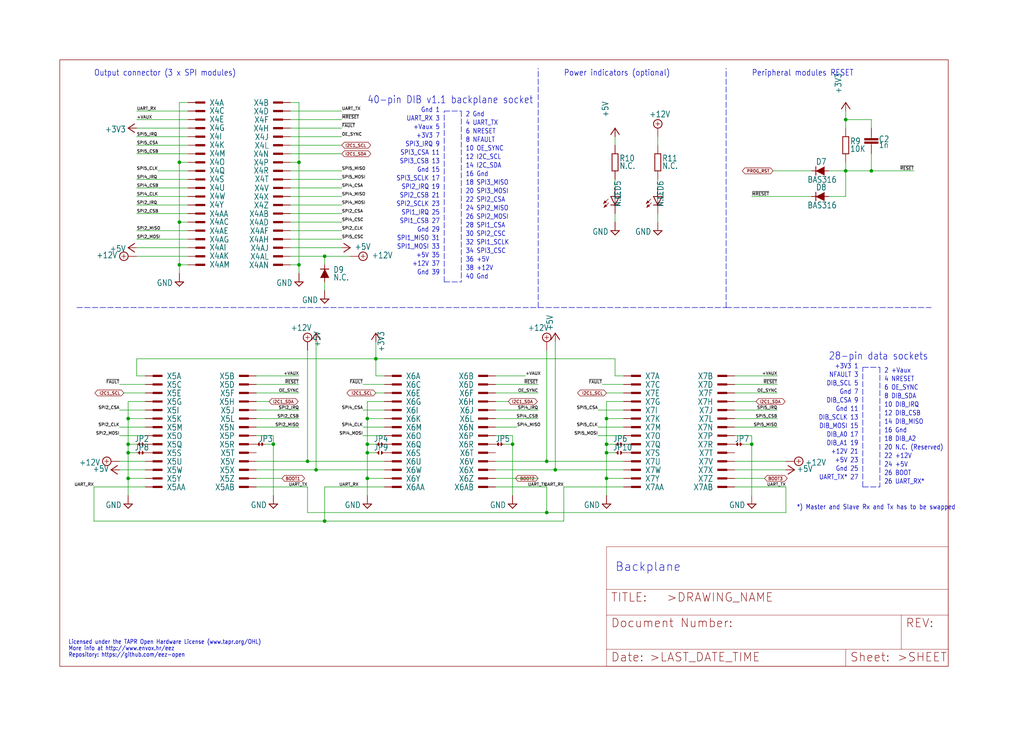
<source format=kicad_sch>
(kicad_sch (version 20211123) (generator eeschema)
  (paper "User" 304.495 218.491)
  (junction (at 180.34 132.08))
  (junction (at 109.22 132.08))
  (junction (at 38.1 134.62))
  (junction (at 180.34 134.62))
  (junction (at 53.34 78.74))
  (junction (at 88.9 48.26))
  (junction (at 109.22 134.62))
  (junction (at 38.1 142.24))
  (junction (at 81.28 132.08))
  (junction (at 93.98 139.7))
  (junction (at 180.34 124.46))
  (junction (at 38.1 124.46))
  (junction (at 251.46 50.8))
  (junction (at 251.46 35.56))
  (junction (at 88.9 78.74))
  (junction (at 223.52 132.08))
  (junction (at 109.22 142.24))
  (junction (at 53.34 66.04))
  (junction (at 96.52 76.2))
  (junction (at 162.56 152.4))
  (junction (at 38.1 132.08))
  (junction (at 162.56 137.16))
  (junction (at 259.08 50.8))
  (junction (at 111.76 106.68))
  (junction (at 91.44 137.16))
  (junction (at 165.1 139.7))
  (junction (at 96.52 154.94))
  (junction (at 180.34 142.24))
  (junction (at 109.22 124.46))
  (junction (at 53.34 48.26))
  (junction (at 152.4 132.08))
  (wire (pts (xy 96.52 83.82) (xy 96.52 86.36)))
  (wire (pts (xy 195.58 66.04) (xy 195.58 63.5)))
  (wire (pts (xy 218.44 111.76) (xy 231.14 111.76)))
  (wire (pts (xy 251.46 50.8) (xy 251.46 48.26)))
  (wire (pts (xy 86.36 45.72) (xy 101.6 45.72)))
  (wire (pts (xy 76.2 127) (xy 88.9 127)))
  (wire (pts (xy 55.88 68.58) (xy 40.64 68.58)))
  (polyline (pts (xy 261.62 109.22) (xy 261.62 144.78)))
  (wire (pts (xy 91.44 137.16) (xy 91.44 104.14)))
  (wire (pts (xy 43.18 121.92) (xy 35.56 121.92)))
  (wire (pts (xy 40.64 73.66) (xy 55.88 73.66)))
  (wire (pts (xy 114.3 111.76) (xy 111.76 111.76)))
  (wire (pts (xy 182.88 134.62) (xy 180.34 134.62)))
  (wire (pts (xy 53.34 48.26) (xy 53.34 30.48)))
  (wire (pts (xy 180.34 147.32) (xy 180.34 142.24)))
  (wire (pts (xy 114.3 114.3) (xy 107.95 114.3)))
  (wire (pts (xy 35.56 139.7) (xy 43.18 139.7)))
  (wire (pts (xy 147.32 119.38) (xy 151.13 119.38)))
  (wire (pts (xy 96.52 144.78) (xy 114.3 144.78)))
  (wire (pts (xy 86.36 55.88) (xy 101.6 55.88)))
  (polyline (pts (xy 215.9 91.44) (xy 276.86 91.44)))
  (wire (pts (xy 114.3 121.92) (xy 107.95 121.92)))
  (wire (pts (xy 180.34 142.24) (xy 180.34 134.62)))
  (wire (pts (xy 111.76 106.68) (xy 111.76 101.6)))
  (wire (pts (xy 55.88 50.8) (xy 46.99 50.8)))
  (wire (pts (xy 55.88 78.74) (xy 53.34 78.74)))
  (wire (pts (xy 86.36 58.42) (xy 101.6 58.42)))
  (wire (pts (xy 246.38 50.8) (xy 251.46 50.8)))
  (wire (pts (xy 147.32 121.92) (xy 160.02 121.92)))
  (wire (pts (xy 162.56 144.78) (xy 147.32 144.78)))
  (wire (pts (xy 162.56 152.4) (xy 162.56 144.78)))
  (wire (pts (xy 86.36 33.02) (xy 101.6 33.02)))
  (wire (pts (xy 55.88 66.04) (xy 53.34 66.04)))
  (wire (pts (xy 43.18 114.3) (xy 35.56 114.3)))
  (wire (pts (xy 55.88 55.88) (xy 40.64 55.88)))
  (wire (pts (xy 55.88 45.72) (xy 40.64 45.72)))
  (wire (pts (xy 147.32 142.24) (xy 160.02 142.24)))
  (wire (pts (xy 86.36 63.5) (xy 101.6 63.5)))
  (wire (pts (xy 147.32 139.7) (xy 165.1 139.7)))
  (wire (pts (xy 246.38 58.42) (xy 251.46 58.42)))
  (wire (pts (xy 167.64 144.78) (xy 167.64 154.94)))
  (wire (pts (xy 259.08 45.72) (xy 259.08 50.8)))
  (wire (pts (xy 182.88 106.68) (xy 182.88 111.76)))
  (wire (pts (xy 76.2 124.46) (xy 88.9 124.46)))
  (wire (pts (xy 38.1 124.46) (xy 38.1 119.38)))
  (wire (pts (xy 259.08 50.8) (xy 271.78 50.8)))
  (wire (pts (xy 223.52 129.54) (xy 218.44 129.54)))
  (wire (pts (xy 182.88 43.18) (xy 182.88 40.64)))
  (wire (pts (xy 43.18 111.76) (xy 40.64 111.76)))
  (wire (pts (xy 43.18 119.38) (xy 38.1 119.38)))
  (wire (pts (xy 40.64 111.76) (xy 40.64 106.68)))
  (wire (pts (xy 180.34 134.62) (xy 180.34 132.08)))
  (wire (pts (xy 101.6 40.64) (xy 86.36 40.64)))
  (wire (pts (xy 86.36 73.66) (xy 101.6 73.66)))
  (wire (pts (xy 86.36 35.56) (xy 101.6 35.56)))
  (polyline (pts (xy 160.02 91.44) (xy 160.02 20.32)))
  (wire (pts (xy 185.42 116.84) (xy 180.34 116.84)))
  (wire (pts (xy 43.18 124.46) (xy 38.1 124.46)))
  (wire (pts (xy 251.46 35.56) (xy 251.46 38.1)))
  (wire (pts (xy 43.18 116.84) (xy 36.83 116.84)))
  (wire (pts (xy 96.52 76.2) (xy 104.14 76.2)))
  (wire (pts (xy 109.22 142.24) (xy 109.22 147.32)))
  (wire (pts (xy 218.44 144.78) (xy 233.68 144.78)))
  (wire (pts (xy 55.88 40.64) (xy 40.64 40.64)))
  (wire (pts (xy 53.34 66.04) (xy 53.34 48.26)))
  (wire (pts (xy 185.42 144.78) (xy 167.64 144.78)))
  (wire (pts (xy 223.52 132.08) (xy 223.52 129.54)))
  (wire (pts (xy 86.36 68.58) (xy 101.6 68.58)))
  (wire (pts (xy 55.88 43.18) (xy 40.64 43.18)))
  (wire (pts (xy 86.36 71.12) (xy 101.6 71.12)))
  (wire (pts (xy 86.36 78.74) (xy 88.9 78.74)))
  (wire (pts (xy 53.34 78.74) (xy 53.34 66.04)))
  (wire (pts (xy 233.68 152.4) (xy 233.68 144.78)))
  (wire (pts (xy 147.32 137.16) (xy 162.56 137.16)))
  (wire (pts (xy 233.68 139.7) (xy 218.44 139.7)))
  (wire (pts (xy 114.3 129.54) (xy 107.95 129.54)))
  (wire (pts (xy 43.18 129.54) (xy 35.56 129.54)))
  (wire (pts (xy 180.34 124.46) (xy 180.34 119.38)))
  (wire (pts (xy 76.2 137.16) (xy 91.44 137.16)))
  (wire (pts (xy 91.44 144.78) (xy 91.44 152.4)))
  (wire (pts (xy 114.3 124.46) (xy 109.22 124.46)))
  (wire (pts (xy 86.36 60.96) (xy 101.6 60.96)))
  (wire (pts (xy 233.68 137.16) (xy 218.44 137.16)))
  (wire (pts (xy 86.36 53.34) (xy 101.6 53.34)))
  (polyline (pts (xy 215.9 91.44) (xy 215.9 20.32)))
  (wire (pts (xy 27.94 144.78) (xy 27.94 154.94)))
  (wire (pts (xy 147.32 124.46) (xy 160.02 124.46)))
  (wire (pts (xy 220.98 132.08) (xy 223.52 132.08)))
  (wire (pts (xy 111.76 111.76) (xy 111.76 106.68)))
  (wire (pts (xy 86.36 30.48) (xy 88.9 30.48)))
  (wire (pts (xy 40.64 132.08) (xy 38.1 132.08)))
  (wire (pts (xy 81.28 147.32) (xy 81.28 132.08)))
  (wire (pts (xy 55.88 60.96) (xy 40.64 60.96)))
  (wire (pts (xy 93.98 139.7) (xy 93.98 101.6)))
  (wire (pts (xy 114.3 116.84) (xy 111.76 116.84)))
  (wire (pts (xy 147.32 127) (xy 153.67 127)))
  (wire (pts (xy 76.2 129.54) (xy 81.28 129.54)))
  (wire (pts (xy 251.46 58.42) (xy 251.46 50.8)))
  (wire (pts (xy 86.36 66.04) (xy 101.6 66.04)))
  (wire (pts (xy 88.9 81.28) (xy 88.9 78.74)))
  (wire (pts (xy 55.88 63.5) (xy 40.64 63.5)))
  (wire (pts (xy 251.46 33.02) (xy 251.46 35.56)))
  (polyline (pts (xy 160.02 91.44) (xy 215.9 91.44)))
  (wire (pts (xy 53.34 81.28) (xy 53.34 78.74)))
  (wire (pts (xy 114.3 119.38) (xy 109.22 119.38)))
  (wire (pts (xy 76.2 121.92) (xy 88.9 121.92)))
  (wire (pts (xy 91.44 137.16) (xy 114.3 137.16)))
  (wire (pts (xy 109.22 134.62) (xy 109.22 132.08)))
  (wire (pts (xy 229.87 50.8) (xy 241.3 50.8)))
  (wire (pts (xy 185.42 119.38) (xy 180.34 119.38)))
  (wire (pts (xy 38.1 132.08) (xy 38.1 124.46)))
  (wire (pts (xy 114.3 142.24) (xy 109.22 142.24)))
  (wire (pts (xy 162.56 137.16) (xy 162.56 104.14)))
  (wire (pts (xy 86.36 50.8) (xy 101.6 50.8)))
  (wire (pts (xy 96.52 78.74) (xy 96.52 76.2)))
  (polyline (pts (xy 137.16 33.02) (xy 137.16 83.82)))
  (wire (pts (xy 76.2 142.24) (xy 83.82 142.24)))
  (wire (pts (xy 96.52 154.94) (xy 96.52 144.78)))
  (wire (pts (xy 40.64 134.62) (xy 38.1 134.62)))
  (polyline (pts (xy 256.54 144.78) (xy 261.62 144.78)))
  (wire (pts (xy 55.88 33.02) (xy 40.64 33.02)))
  (wire (pts (xy 185.42 139.7) (xy 165.1 139.7)))
  (wire (pts (xy 109.22 142.24) (xy 109.22 134.62)))
  (wire (pts (xy 40.64 106.68) (xy 111.76 106.68)))
  (wire (pts (xy 76.2 119.38) (xy 80.01 119.38)))
  (wire (pts (xy 223.52 147.32) (xy 223.52 132.08)))
  (wire (pts (xy 185.42 127) (xy 177.8 127)))
  (wire (pts (xy 76.2 139.7) (xy 93.98 139.7)))
  (wire (pts (xy 218.44 127) (xy 231.14 127)))
  (wire (pts (xy 55.88 35.56) (xy 40.64 35.56)))
  (wire (pts (xy 251.46 35.56) (xy 259.08 35.56)))
  (wire (pts (xy 55.88 53.34) (xy 40.64 53.34)))
  (wire (pts (xy 218.44 121.92) (xy 231.14 121.92)))
  (polyline (pts (xy 22.86 91.44) (xy 160.02 91.44)))
  (wire (pts (xy 185.42 121.92) (xy 177.8 121.92)))
  (wire (pts (xy 76.2 114.3) (xy 88.9 114.3)))
  (wire (pts (xy 38.1 142.24) (xy 38.1 147.32)))
  (wire (pts (xy 86.36 48.26) (xy 88.9 48.26)))
  (wire (pts (xy 35.56 127) (xy 43.18 127)))
  (wire (pts (xy 55.88 30.48) (xy 53.34 30.48)))
  (wire (pts (xy 91.44 152.4) (xy 162.56 152.4)))
  (wire (pts (xy 43.18 144.78) (xy 27.94 144.78)))
  (wire (pts (xy 38.1 134.62) (xy 38.1 132.08)))
  (wire (pts (xy 180.34 132.08) (xy 180.34 124.46)))
  (wire (pts (xy 43.18 142.24) (xy 38.1 142.24)))
  (wire (pts (xy 114.3 127) (xy 107.95 127)))
  (wire (pts (xy 109.22 132.08) (xy 109.22 124.46)))
  (wire (pts (xy 185.42 129.54) (xy 177.8 129.54)))
  (wire (pts (xy 88.9 78.74) (xy 88.9 48.26)))
  (wire (pts (xy 55.88 38.1) (xy 40.64 38.1)))
  (wire (pts (xy 147.32 114.3) (xy 160.02 114.3)))
  (polyline (pts (xy 132.08 83.82) (xy 137.16 83.82)))
  (wire (pts (xy 218.44 116.84) (xy 231.14 116.84)))
  (wire (pts (xy 152.4 129.54) (xy 147.32 129.54)))
  (wire (pts (xy 109.22 124.46) (xy 109.22 119.38)))
  (polyline (pts (xy 256.54 144.78) (xy 256.54 109.22)))
  (wire (pts (xy 40.64 76.2) (xy 55.88 76.2)))
  (wire (pts (xy 38.1 142.24) (xy 38.1 134.62)))
  (wire (pts (xy 185.42 124.46) (xy 180.34 124.46)))
  (wire (pts (xy 185.42 142.24) (xy 180.34 142.24)))
  (wire (pts (xy 81.28 132.08) (xy 81.28 129.54)))
  (wire (pts (xy 149.86 132.08) (xy 152.4 132.08)))
  (wire (pts (xy 182.88 106.68) (xy 111.76 106.68)))
  (wire (pts (xy 152.4 132.08) (xy 152.4 129.54)))
  (wire (pts (xy 76.2 116.84) (xy 88.9 116.84)))
  (wire (pts (xy 251.46 50.8) (xy 259.08 50.8)))
  (wire (pts (xy 152.4 147.32) (xy 152.4 132.08)))
  (wire (pts (xy 147.32 116.84) (xy 160.02 116.84)))
  (wire (pts (xy 218.44 124.46) (xy 231.14 124.46)))
  (wire (pts (xy 223.52 58.42) (xy 241.3 58.42)))
  (wire (pts (xy 259.08 35.56) (xy 259.08 38.1)))
  (wire (pts (xy 76.2 144.78) (xy 91.44 144.78)))
  (wire (pts (xy 182.88 132.08) (xy 180.34 132.08)))
  (wire (pts (xy 218.44 119.38) (xy 224.79 119.38)))
  (wire (pts (xy 55.88 48.26) (xy 53.34 48.26)))
  (wire (pts (xy 55.88 71.12) (xy 40.64 71.12)))
  (wire (pts (xy 218.44 142.24) (xy 227.33 142.24)))
  (wire (pts (xy 185.42 137.16) (xy 162.56 137.16)))
  (wire (pts (xy 86.36 43.18) (xy 101.6 43.18)))
  (wire (pts (xy 78.74 132.08) (xy 81.28 132.08)))
  (wire (pts (xy 165.1 139.7) (xy 165.1 101.6)))
  (wire (pts (xy 76.2 111.76) (xy 88.9 111.76)))
  (wire (pts (xy 27.94 154.94) (xy 96.52 154.94)))
  (wire (pts (xy 114.3 139.7) (xy 93.98 139.7)))
  (wire (pts (xy 86.36 76.2) (xy 96.52 76.2)))
  (wire (pts (xy 195.58 43.18) (xy 195.58 40.64)))
  (polyline (pts (xy 132.08 83.82) (xy 132.08 33.02)))
  (wire (pts (xy 86.36 38.1) (xy 101.6 38.1)))
  (wire (pts (xy 111.76 132.08) (xy 109.22 132.08)))
  (polyline (pts (xy 132.08 33.02) (xy 137.16 33.02)))
  (wire (pts (xy 35.56 137.16) (xy 43.18 137.16)))
  (wire (pts (xy 185.42 111.76) (xy 182.88 111.76)))
  (wire (pts (xy 195.58 55.88) (xy 195.58 53.34)))
  (wire (pts (xy 185.42 114.3) (xy 179.07 114.3)))
  (wire (pts (xy 182.88 66.04) (xy 182.88 63.5)))
  (wire (pts (xy 111.76 134.62) (xy 109.22 134.62)))
  (wire (pts (xy 162.56 152.4) (xy 233.68 152.4)))
  (polyline (pts (xy 256.54 109.22) (xy 261.62 109.22)))
  (wire (pts (xy 96.52 154.94) (xy 167.64 154.94)))
  (wire (pts (xy 147.32 111.76) (xy 156.21 111.76)))
  (wire (pts (xy 182.88 55.88) (xy 182.88 53.34)))
  (wire (pts (xy 55.88 58.42) (xy 40.64 58.42)))
  (wire (pts (xy 88.9 48.26) (xy 88.9 30.48)))
  (wire (pts (xy 218.44 114.3) (xy 231.14 114.3)))
  (text "40-pin DIB v1.1 backplane socket" (at 109.22 31.115 180) (effects (font (size 2.1844 1.8567)) (justify left bottom)))
  (text "UART_TX* 27" (at 255.27 142.875 180) (effects (font (size 1.4224 1.209)) (justify right bottom)))
  (text "Gnd 25" (at 255.27 140.335 180) (effects (font (size 1.4224 1.209)) (justify right bottom)))
  (text "18 DIB_A2" (at 262.89 131.445 180) (effects (font (size 1.4224 1.209)) (justify left bottom)))
  (text "DIB_SCL 5" (at 255.27 114.935 180) (effects (font (size 1.4224 1.209)) (justify right bottom)))
  (text "28 SPI1_CSA" (at 138.43 67.945 180) (effects (font (size 1.4224 1.209)) (justify left bottom)))
  (text "40 Gnd" (at 138.43 83.185 180) (effects (font (size 1.4224 1.209)) (justify left bottom)))
  (text "SPI1_CSB 27" (at 130.81 66.675 180) (effects (font (size 1.4224 1.209)) (justify right bottom)))
  (text "10 OE_SYNC" (at 138.43 45.085 180) (effects (font (size 1.4224 1.209)) (justify left bottom)))
  (text "2 +Vaux" (at 262.89 111.125 180) (effects (font (size 1.4224 1.209)) (justify left bottom)))
  (text "38 +12V" (at 138.43 80.645 180) (effects (font (size 1.4224 1.209)) (justify left bottom)))
  (text "28-pin data sockets" (at 246.38 107.315 180) (effects (font (size 2.1844 1.8567)) (justify left bottom)))
  (text "Gnd 1" (at 130.81 33.655 180) (effects (font (size 1.4224 1.209)) (justify right bottom)))
  (text "SPI3_CSB 13" (at 130.81 48.895 180) (effects (font (size 1.4224 1.209)) (justify right bottom)))
  (text "18 SPI3_MISO" (at 138.43 55.245 180) (effects (font (size 1.4224 1.209)) (justify left bottom)))
  (text "+3V3 7" (at 130.81 41.275 180) (effects (font (size 1.4224 1.209)) (justify right bottom)))
  (text "+Vaux 5" (at 130.81 38.735 180) (effects (font (size 1.4224 1.209)) (justify right bottom)))
  (text "14 I2C_SDA" (at 138.43 50.165 180) (effects (font (size 1.4224 1.209)) (justify left bottom)))
  (text "Licensed under the TAPR Open Hardware License (www.tapr.org/OHL)" (at 20.32 191.77 180) (effects (font (size 1.27 1.0795)) (justify left bottom)))
  (text "NFAULT 3" (at 255.27 112.395 180) (effects (font (size 1.4224 1.209)) (justify right bottom)))
  (text "SPI3_IRQ 9" (at 130.81 43.815 180) (effects (font (size 1.4224 1.209)) (justify right bottom)))
  (text "8 NFAULT" (at 138.43 42.545 180) (effects (font (size 1.4224 1.209)) (justify left bottom)))
  (text "More info at http://www.envox.hr/eez" (at 20.32 193.675 180) (effects (font (size 1.27 1.0795)) (justify left bottom)))
  (text "UART_RX 3" (at 130.81 36.195 180) (effects (font (size 1.4224 1.209)) (justify right bottom)))
  (text "24 SPI2_MISO" (at 138.43 62.865 180) (effects (font (size 1.4224 1.209)) (justify left bottom)))
  (text "4 UART_TX" (at 138.43 37.465 180) (effects (font (size 1.4224 1.209)) (justify left bottom)))
  (text "36 +5V" (at 138.43 78.105 180) (effects (font (size 1.4224 1.209)) (justify left bottom)))
  (text "DIB_A1 19" (at 255.27 132.715 180) (effects (font (size 1.4224 1.209)) (justify right bottom)))
  (text "26 BOOT" (at 262.89 141.605 180) (effects (font (size 1.4224 1.209)) (justify left bottom)))
  (text "26 SPI2_MOSI" (at 138.43 65.405 180) (effects (font (size 1.4224 1.209)) (justify left bottom)))
  (text "32 SPI1_SCLK" (at 138.43 73.025 180) (effects (font (size 1.4224 1.209)) (justify left bottom)))
  (text "SPI1_IRQ 25" (at 130.81 64.135 180) (effects (font (size 1.4224 1.209)) (justify right bottom)))
  (text "Peripheral modules RESET" (at 223.52 22.86 180) (effects (font (size 1.778 1.5113)) (justify left bottom)))
  (text "Gnd 15" (at 130.81 51.435 180) (effects (font (size 1.4224 1.209)) (justify right bottom)))
  (text "24 +5V" (at 262.89 139.065 180) (effects (font (size 1.4224 1.209)) (justify left bottom)))
  (text "12 DIB_CSB" (at 262.89 123.825 180) (effects (font (size 1.4224 1.209)) (justify left bottom)))
  (text "20 SPI3_MOSI" (at 138.43 57.785 180) (effects (font (size 1.4224 1.209)) (justify left bottom)))
  (text "SPI3_CSA 11" (at 130.81 46.355 180) (effects (font (size 1.4224 1.209)) (justify right bottom)))
  (text "6 OE_SYNC" (at 262.89 116.205 180) (effects (font (size 1.4224 1.209)) (justify left bottom)))
  (text "34 SPI3_CSC" (at 138.43 75.565 180) (effects (font (size 1.4224 1.209)) (justify left bottom)))
  (text "Gnd 7" (at 255.27 117.475 180) (effects (font (size 1.4224 1.209)) (justify right bottom)))
  (text "Output connector (3 x SPI modules)" (at 27.94 22.86 180) (effects (font (size 1.778 1.5113)) (justify left bottom)))
  (text "SPI3_SCLK 17" (at 130.81 53.975 180) (effects (font (size 1.4224 1.209)) (justify right bottom)))
  (text "DIB_CSA 9" (at 255.27 120.015 180) (effects (font (size 1.4224 1.209)) (justify right bottom)))
  (text "+3V3 1" (at 255.27 109.855 180) (effects (font (size 1.4224 1.209)) (justify right bottom)))
  (text "10 DIB_IRQ" (at 262.89 121.285 180) (effects (font (size 1.4224 1.209)) (justify left bottom)))
  (text "*) Master and Slave Rx and Tx has to be swapped" (at 236.855 151.765 180) (effects (font (size 1.4224 1.209)) (justify left bottom)))
  (text "DIB_SCLK 13" (at 255.27 125.095 180) (effects (font (size 1.4224 1.209)) (justify right bottom)))
  (text "2 Gnd" (at 138.43 34.925 180) (effects (font (size 1.4224 1.209)) (justify left bottom)))
  (text "Power indicators (optional)" (at 167.64 22.86 180) (effects (font (size 1.778 1.5113)) (justify left bottom)))
  (text "30 SPI2_CSC" (at 138.43 70.485 180) (effects (font (size 1.4224 1.209)) (justify left bottom)))
  (text "SPI2_CSB 21" (at 130.81 59.055 180) (effects (font (size 1.4224 1.209)) (justify right bottom)))
  (text "12 I2C_SCL" (at 138.43 47.625 180) (effects (font (size 1.4224 1.209)) (justify left bottom)))
  (text "DIB_MOSI 15" (at 255.27 127.635 180) (effects (font (size 1.4224 1.209)) (justify right bottom)))
  (text "16 Gnd" (at 262.89 128.905 180) (effects (font (size 1.4224 1.209)) (justify left bottom)))
  (text "SPI2_IRQ 19" (at 130.81 56.515 180) (effects (font (size 1.4224 1.209)) (justify right bottom)))
  (text "SPI2_SCLK 23" (at 130.81 61.595 180) (effects (font (size 1.4224 1.209)) (justify right bottom)))
  (text "20 N.C. (Reserved)" (at 262.89 133.985 180) (effects (font (size 1.4224 1.209)) (justify left bottom)))
  (text "Repository: https://github.com/eez-open" (at 20.32 195.58 180) (effects (font (size 1.27 1.0795)) (justify left bottom)))
  (text "Gnd 29" (at 130.81 69.215 180) (effects (font (size 1.4224 1.209)) (justify right bottom)))
  (text "8 DIB_SDA" (at 262.89 118.745 180) (effects (font (size 1.4224 1.209)) (justify left bottom)))
  (text "SPI1_MOSI 33" (at 130.81 74.295 180) (effects (font (size 1.4224 1.209)) (justify right bottom)))
  (text "14 DIB_MISO" (at 262.89 126.365 180) (effects (font (size 1.4224 1.209)) (justify left bottom)))
  (text "Gnd 39" (at 130.81 81.915 180) (effects (font (size 1.4224 1.209)) (justify right bottom)))
  (text "Gnd 11" (at 255.27 122.555 180) (effects (font (size 1.4224 1.209)) (justify right bottom)))
  (text "+12V 37" (at 130.81 79.375 180) (effects (font (size 1.4224 1.209)) (justify right bottom)))
  (text "+5V 35" (at 130.81 76.835 180) (effects (font (size 1.4224 1.209)) (justify right bottom)))
  (text "+12V 21" (at 255.27 135.255 180) (effects (font (size 1.4224 1.209)) (justify right bottom)))
  (text "Backplane" (at 182.88 170.18 180) (effects (font (size 2.54 2.54)) (justify left bottom)))
  (text "26 UART_RX*" (at 262.89 144.145 180) (effects (font (size 1.4224 1.209)) (justify left bottom)))
  (text "22 +12V" (at 262.89 136.525 180) (effects (font (size 1.4224 1.209)) (justify left bottom)))
  (text "DIB_A0 17" (at 255.27 130.175 180) (effects (font (size 1.4224 1.209)) (justify right bottom)))
  (text "6 NRESET" (at 138.43 40.005 180) (effects (font (size 1.4224 1.209)) (justify left bottom)))
  (text "4 NRESET" (at 262.89 113.665 180) (effects (font (size 1.4224 1.209)) (justify left bottom)))
  (text "SPI1_MISO 31" (at 130.81 71.755 180) (effects (font (size 1.4224 1.209)) (justify right bottom)))
  (text "16 Gnd" (at 138.43 52.705 180) (effects (font (size 1.4224 1.209)) (justify left bottom)))
  (text "22 SPI2_CSA" (at 138.43 60.325 180) (effects (font (size 1.4224 1.209)) (justify left bottom)))
  (text "+5V 23" (at 255.27 137.795 180) (effects (font (size 1.4224 1.209)) (justify right bottom)))
  (label "SPI5_MISO" (at 231.14 127 180) (effects (font (size 0.889 0.889))))
  (label "SPI2_MOSI" (at 35.56 129.54 180) (effects (font (size 0.889 0.889))))
  (label "SPI4_CSB" (at 160.02 124.46 180) (effects (font (size 0.889 0.889))))
  (label "SPI4_CLK" (at 40.64 58.42 0) (effects (font (size 0.889 0.889))))
  (label "SPI4_CSA" (at 107.95 121.92 180) (effects (font (size 0.889 0.889))))
  (label "~{RESET}" (at 88.9 114.3 180) (effects (font (size 0.889 0.889))))
  (label "SPI2_CSA" (at 35.56 121.92 180) (effects (font (size 0.889 0.889))))
  (label "UART_TX" (at 233.68 144.78 180) (effects (font (size 0.889 0.889))))
  (label "~{RESET}" (at 271.78 50.8 180) (effects (font (size 0.889 0.889))))
  (label "SPI5_IRQ" (at 231.14 121.92 180) (effects (font (size 0.889 0.889))))
  (label "SPI4_IRQ" (at 40.64 53.34 0) (effects (font (size 0.889 0.889))))
  (label "SPI5_CSB" (at 40.64 45.72 0) (effects (font (size 0.889 0.889))))
  (label "SPI2_CSA" (at 101.6 63.5 0) (effects (font (size 0.889 0.889))))
  (label "+VAUX" (at 231.14 111.76 180) (effects (font (size 0.889 0.889))))
  (label "SPI5_MISO" (at 101.6 50.8 0) (effects (font (size 0.889 0.889))))
  (label "SPI2_IRQ" (at 88.9 121.92 180) (effects (font (size 0.889 0.889))))
  (label "SPI4_MISO" (at 153.67 127 0) (effects (font (size 0.889 0.889))))
  (label "SPI4_CSB" (at 40.64 55.88 0) (effects (font (size 0.889 0.889))))
  (label "SPI4_CSC" (at 101.6 66.04 0) (effects (font (size 0.889 0.889))))
  (label "SPI4_CSA" (at 101.6 55.88 0) (effects (font (size 0.889 0.889))))
  (label "UART_RX" (at 40.64 33.02 0) (effects (font (size 0.889 0.889))))
  (label "SPI5_MOSI" (at 101.6 53.34 0) (effects (font (size 0.889 0.889))))
  (label "SPI2_MISO" (at 88.9 127 180) (effects (font (size 0.889 0.889))))
  (label "SPI2_CSB" (at 40.64 63.5 0) (effects (font (size 0.889 0.889))))
  (label "UART_RX" (at 27.94 144.78 180) (effects (font (size 0.889 0.889))))
  (label "SPI5_IRQ" (at 40.64 40.64 0) (effects (font (size 0.889 0.889))))
  (label "~{FAULT}" (at 107.95 114.3 180) (effects (font (size 0.889 0.889))))
  (label "UART_RX" (at 167.64 144.78 180) (effects (font (size 0.889 0.889))))
  (label "SPI5_CSC" (at 101.6 71.12 0) (effects (font (size 0.889 0.889))))
  (label "SPI2_MISO" (at 40.64 68.58 0) (effects (font (size 0.889 0.889))))
  (label "OE_SYNC" (at 101.6 40.64 0) (effects (font (size 0.889 0.889))))
  (label "SPI2_CSB" (at 88.9 124.46 180) (effects (font (size 0.889 0.889))))
  (label "SPI4_IRQ" (at 160.02 121.92 180) (effects (font (size 0.889 0.889))))
  (label "~{FAULT}" (at 101.6 38.1 0) (effects (font (size 0.889 0.889))))
  (label "SPI5_MOSI" (at 177.8 129.54 180) (effects (font (size 0.889 0.889))))
  (label "OE_SYNC" (at 88.9 116.84 180) (effects (font (size 0.889 0.889))))
  (label "~{FAULT}" (at 179.07 114.3 180) (effects (font (size 0.889 0.889))))
  (label "SPI5_CSB" (at 231.14 124.46 180) (effects (font (size 0.889 0.889))))
  (label "SPI4_CLK" (at 107.95 127 180) (effects (font (size 0.889 0.889))))
  (label "SPI2_IRQ" (at 40.64 60.96 0) (effects (font (size 0.889 0.889))))
  (label "UART_TX" (at 162.56 144.78 180) (effects (font (size 0.889 0.889))))
  (label "+VAUX" (at 40.64 35.56 0) (effects (font (size 0.889 0.889))))
  (label "OE_SYNC" (at 160.02 116.84 180) (effects (font (size 0.889 0.889))))
  (label "SPI4_MISO" (at 101.6 58.42 0) (effects (font (size 0.889 0.889))))
  (label "~{FAULT}" (at 35.56 114.3 180) (effects (font (size 0.889 0.889))))
  (label "OE_SYNC" (at 231.14 116.84 180) (effects (font (size 0.889 0.889))))
  (label "~{RESET}" (at 160.02 114.3 180) (effects (font (size 0.889 0.889))))
  (label "SPI2_CLK" (at 35.56 127 180) (effects (font (size 0.889 0.889))))
  (label "UART_TX" (at 101.6 33.02 0) (effects (font (size 0.889 0.889))))
  (label "~{MRESET}" (at 223.52 58.42 0) (effects (font (size 0.889 0.889))))
  (label "SPI5_CLK" (at 177.8 127 180) (effects (font (size 0.889 0.889))))
  (label "+VAUX" (at 156.21 111.76 0) (effects (font (size 0.889 0.889))))
  (label "~{MRESET}" (at 101.6 35.56 0) (effects (font (size 0.889 0.889))))
  (label "SPI5_CSA" (at 177.8 121.92 180) (effects (font (size 0.889 0.889))))
  (label "UART_TX" (at 91.44 144.78 180) (effects (font (size 0.889 0.889))))
  (label "SPI4_MOSI" (at 107.95 129.54 180) (effects (font (size 0.889 0.889))))
  (label "+VAUX" (at 88.9 111.76 180) (effects (font (size 0.889 0.889))))
  (label "SPI5_CLK" (at 46.99 50.8 180) (effects (font (size 0.889 0.889))))
  (label "SPI5_CSA" (at 40.64 43.18 0) (effects (font (size 0.889 0.889))))
  (label "SPI4_MOSI" (at 101.6 60.96 0) (effects (font (size 0.889 0.889))))
  (label "~{RESET}" (at 231.14 114.3 180) (effects (font (size 0.889 0.889))))
  (label "SPI2_MOSI" (at 40.64 71.12 0) (effects (font (size 0.889 0.889))))
  (label "SPI2_CLK" (at 101.6 68.58 0) (effects (font (size 0.889 0.889))))
  (label "UART_RX" (at 106.68 144.78 180) (effects (font (size 0.889 0.889))))
  (global_label "BOOT1" (shape bidirectional) (at 83.82 142.24 0) (effects (font (size 0.889 0.889))) (property "Intersheet References" "${INTERSHEET_REFS}" (effects hide)))
  (global_label "PROG_RST" (shape bidirectional) (at 229.87 50.8 180) (effects (font (size 0.889 0.889))) (property "Intersheet References" "${INTERSHEET_REFS}" (effects hide)))
  (global_label "BOOT3" (shape bidirectional) (at 227.33 142.24 0) (effects (font (size 0.889 0.889))) (property "Intersheet References" "${INTERSHEET_REFS}" (effects hide)))
  (global_label "I2C1_SDA" (shape bidirectional) (at 101.6 45.72 0) (effects (font (size 0.889 0.889))) (property "Intersheet References" "${INTERSHEET_REFS}" (effects hide)))
  (global_label "I2C1_SCL" (shape bidirectional) (at 36.83 116.84 180) (effects (font (size 0.889 0.889))) (property "Intersheet References" "${INTERSHEET_REFS}" (effects hide)))
  (global_label "I2C1_SCL" (shape bidirectional) (at 111.76 116.84 180) (effects (font (size 0.889 0.889))) (property "Intersheet References" "${INTERSHEET_REFS}" (effects hide)))
  (global_label "I2C1_SCL" (shape bidirectional) (at 101.6 43.18 0) (effects (font (size 0.889 0.889))) (property "Intersheet References" "${INTERSHEET_REFS}" (effects hide)))
  (global_label "I2C1_SCL" (shape bidirectional) (at 180.34 116.84 180) (effects (font (size 0.889 0.889))) (property "Intersheet References" "${INTERSHEET_REFS}" (effects hide)))
  (global_label "I2C1_SDA" (shape bidirectional) (at 80.01 119.38 0) (effects (font (size 0.889 0.889))) (property "Intersheet References" "${INTERSHEET_REFS}" (effects hide)))
  (global_label "I2C1_SDA" (shape bidirectional) (at 151.13 119.38 0) (effects (font (size 0.889 0.889))) (property "Intersheet References" "${INTERSHEET_REFS}" (effects hide)))
  (global_label "BOOT2" (shape bidirectional) (at 160.02 142.24 180) (effects (font (size 0.889 0.889))) (property "Intersheet References" "${INTERSHEET_REFS}" (effects hide)))
  (global_label "I2C1_SDA" (shape bidirectional) (at 224.79 119.38 0) (effects (font (size 0.889 0.889))) (property "Intersheet References" "${INTERSHEET_REFS}" (effects hide)))
  (symbol (lib_id "EEZ_DIB_BP3C_r3B3-eagle-import:+12V") (at 162.56 101.6 0) (unit 1)
    (property "Reference" "#SUPPLY018" (effects hide))
    (property "Value" "+12V" (at 163.195 98.425 0) (effects (font (size 1.778 1.5113)) (justify right bottom)))
    (property "Footprint" "EEZ_DIB_BP3C_r3B3:" (effects hide))
  )
  (symbol (lib_id "EEZ_DIB_BP3C_r3B3-eagle-import:TSW-114-07-F-D") (at 76.2 119.38 0) (unit 8)
    (property "Reference" "X5" (at 69.85 118.491 0) (effects (font (size 1.778 1.5113)) (justify right top)))
    (property "Value" "DS1023-2*14S21" (effects hide))
    (property "Footprint" "EEZ_DIB_BP3C_r3B3:TSW-114-07-F-D" (effects hide))
  )
  (symbol (lib_id "EEZ_DIB_BP3C_r3B3-eagle-import:TSW-114-07-F-D") (at 185.42 116.84 0) (mirror y) (unit 5)
    (property "Reference" "X7" (at 191.77 115.951 0) (effects (font (size 1.778 1.5113)) (justify right top)))
    (property "Value" "DS1023-2*14S21" (effects hide))
    (property "Footprint" "EEZ_DIB_BP3C_r3B3:TSW-114-07-F-D" (effects hide))
  )
  (symbol (lib_id "EEZ_DIB_BP3C_r3B3-eagle-import:ZL212-40KG") (at 86.36 43.18 0) (unit 12)
    (property "Reference" "X4" (at 80.01 42.291 0) (effects (font (size 1.778 1.5113)) (justify right top)))
    (property "Value" "DS1022-2*20RF11" (effects hide))
    (property "Footprint" "EEZ_DIB_BP3C_r3B3:ZL212-40KG" (effects hide))
  )
  (symbol (lib_id "EEZ_DIB_BP3C_r3B3-eagle-import:TSW-114-07-F-D") (at 76.2 114.3 0) (unit 4)
    (property "Reference" "X5" (at 69.85 113.411 0) (effects (font (size 1.778 1.5113)) (justify right top)))
    (property "Value" "DS1023-2*14S21" (effects hide))
    (property "Footprint" "EEZ_DIB_BP3C_r3B3:TSW-114-07-F-D" (effects hide))
  )
  (symbol (lib_id "EEZ_DIB_BP3C_r3B3-eagle-import:+3V3") (at 111.76 99.06 0) (unit 1)
    (property "Reference" "#+3V033" (effects hide))
    (property "Value" "+3V3" (at 114.3 98.425 90) (effects (font (size 1.778 1.5113)) (justify right bottom)))
    (property "Footprint" "EEZ_DIB_BP3C_r3B3:" (effects hide))
  )
  (symbol (lib_id "EEZ_DIB_BP3C_r3B3-eagle-import:TSW-114-07-F-D") (at 147.32 142.24 0) (unit 26)
    (property "Reference" "X6" (at 140.97 141.351 0) (effects (font (size 1.778 1.5113)) (justify right top)))
    (property "Value" "DS1023-2*14S21" (effects hide))
    (property "Footprint" "EEZ_DIB_BP3C_r3B3:TSW-114-07-F-D" (effects hide))
  )
  (symbol (lib_id "EEZ_DIB_BP3C_r3B3-eagle-import:TSW-114-07-F-D") (at 114.3 114.3 0) (mirror y) (unit 3)
    (property "Reference" "X6" (at 120.65 113.411 0) (effects (font (size 1.778 1.5113)) (justify right top)))
    (property "Value" "DS1023-2*14S21" (effects hide))
    (property "Footprint" "EEZ_DIB_BP3C_r3B3:TSW-114-07-F-D" (effects hide))
  )
  (symbol (lib_id "EEZ_DIB_BP3C_r3B3-eagle-import:ZL212-40KG") (at 86.36 58.42 0) (unit 24)
    (property "Reference" "X4" (at 80.01 57.531 0) (effects (font (size 1.778 1.5113)) (justify right top)))
    (property "Value" "DS1022-2*20RF11" (effects hide))
    (property "Footprint" "EEZ_DIB_BP3C_r3B3:ZL212-40KG" (effects hide))
  )
  (symbol (lib_id "EEZ_DIB_BP3C_r3B3-eagle-import:DINA4_L") (at 180.34 198.12 0) (unit 2)
    (property "Reference" "#FRAME2" (effects hide))
    (property "Value" "DINA4_L" (effects hide))
    (property "Footprint" "EEZ_DIB_BP3C_r3B3:" (effects hide))
  )
  (symbol (lib_id "EEZ_DIB_BP3C_r3B3-eagle-import:GND") (at 81.28 149.86 0) (unit 1)
    (property "Reference" "#SUPPLY011" (effects hide))
    (property "Value" "GND" (at 79.375 151.13 0) (effects (font (size 1.778 1.5113)) (justify right bottom)))
    (property "Footprint" "EEZ_DIB_BP3C_r3B3:" (effects hide))
  )
  (symbol (lib_id "EEZ_DIB_BP3C_r3B3-eagle-import:TSW-114-07-F-D") (at 147.32 127 0) (unit 14)
    (property "Reference" "X6" (at 140.97 126.111 0) (effects (font (size 1.778 1.5113)) (justify right top)))
    (property "Value" "DS1023-2*14S21" (effects hide))
    (property "Footprint" "EEZ_DIB_BP3C_r3B3:TSW-114-07-F-D" (effects hide))
  )
  (symbol (lib_id "EEZ_DIB_BP3C_r3B3-eagle-import:TSW-114-07-F-D") (at 185.42 121.92 0) (mirror y) (unit 9)
    (property "Reference" "X7" (at 191.77 121.031 0) (effects (font (size 1.778 1.5113)) (justify right top)))
    (property "Value" "DS1023-2*14S21" (effects hide))
    (property "Footprint" "EEZ_DIB_BP3C_r3B3:TSW-114-07-F-D" (effects hide))
  )
  (symbol (lib_id "EEZ_DIB_BP3C_r3B3-eagle-import:GND") (at 38.1 149.86 0) (unit 1)
    (property "Reference" "#SUPPLY08" (effects hide))
    (property "Value" "GND" (at 36.195 151.13 0) (effects (font (size 1.778 1.5113)) (justify right bottom)))
    (property "Footprint" "EEZ_DIB_BP3C_r3B3:" (effects hide))
  )
  (symbol (lib_id "EEZ_DIB_BP3C_r3B3-eagle-import:TSW-114-07-F-D") (at 114.3 137.16 0) (mirror y) (unit 21)
    (property "Reference" "X6" (at 120.65 136.271 0) (effects (font (size 1.778 1.5113)) (justify right top)))
    (property "Value" "DS1023-2*14S21" (effects hide))
    (property "Footprint" "EEZ_DIB_BP3C_r3B3:TSW-114-07-F-D" (effects hide))
  )
  (symbol (lib_id "EEZ_DIB_BP3C_r3B3-eagle-import:ZL212-40KG") (at 55.88 58.42 180) (unit 23)
    (property "Reference" "X4" (at 62.23 59.309 0) (effects (font (size 1.778 1.5113)) (justify right top)))
    (property "Value" "DS1022-2*20RF11" (effects hide))
    (property "Footprint" "EEZ_DIB_BP3C_r3B3:ZL212-40KG" (effects hide))
  )
  (symbol (lib_id "EEZ_DIB_BP3C_r3B3-eagle-import:TSW-114-07-F-D") (at 76.2 121.92 0) (unit 10)
    (property "Reference" "X5" (at 69.85 121.031 0) (effects (font (size 1.778 1.5113)) (justify right top)))
    (property "Value" "DS1023-2*14S21" (effects hide))
    (property "Footprint" "EEZ_DIB_BP3C_r3B3:TSW-114-07-F-D" (effects hide))
  )
  (symbol (lib_id "EEZ_DIB_BP3C_r3B3-eagle-import:ZL212-40KG") (at 86.36 50.8 0) (mirror x) (unit 18)
    (property "Reference" "X4" (at 80.01 51.689 0) (effects (font (size 1.778 1.5113)) (justify right top)))
    (property "Value" "DS1022-2*20RF11" (effects hide))
    (property "Footprint" "EEZ_DIB_BP3C_r3B3:ZL212-40KG" (effects hide))
  )
  (symbol (lib_id "EEZ_DIB_BP3C_r3B3-eagle-import:DIODEDO214AA") (at 96.52 81.28 270) (mirror x) (unit 1)
    (property "Reference" "D9" (at 99.06 79.2226 90) (effects (font (size 1.778 1.5113)) (justify left bottom)))
    (property "Value" "N.C." (at 99.06 81.5086 90) (effects (font (size 1.778 1.5113)) (justify left bottom)))
    (property "Footprint" "EEZ_DIB_BP3C_r3B3:DO214AA" (effects hide))
  )
  (symbol (lib_id "EEZ_DIB_BP3C_r3B3-eagle-import:TSW-114-07-F-D") (at 43.18 127 0) (mirror y) (unit 13)
    (property "Reference" "X5" (at 49.53 126.111 0) (effects (font (size 1.778 1.5113)) (justify right top)))
    (property "Value" "DS1023-2*14S21" (effects hide))
    (property "Footprint" "EEZ_DIB_BP3C_r3B3:TSW-114-07-F-D" (effects hide))
  )
  (symbol (lib_id "EEZ_DIB_BP3C_r3B3-eagle-import:GND") (at 96.52 88.9 0) (unit 1)
    (property "Reference" "#SUPPLY014" (effects hide))
    (property "Value" "GND" (at 94.615 90.17 0) (effects (font (size 1.778 1.5113)) (justify right bottom)))
    (property "Footprint" "EEZ_DIB_BP3C_r3B3:" (effects hide))
  )
  (symbol (lib_id "EEZ_DIB_BP3C_r3B3-eagle-import:ZL212-40KG") (at 86.36 55.88 0) (unit 22)
    (property "Reference" "X4" (at 80.01 54.991 0) (effects (font (size 1.778 1.5113)) (justify right top)))
    (property "Value" "DS1022-2*20RF11" (effects hide))
    (property "Footprint" "EEZ_DIB_BP3C_r3B3:ZL212-40KG" (effects hide))
  )
  (symbol (lib_id "EEZ_DIB_BP3C_r3B3-eagle-import:+3V3") (at 38.1 38.1 90) (unit 1)
    (property "Reference" "#+3V032" (effects hide))
    (property "Value" "+3V3" (at 37.465 37.465 90) (effects (font (size 1.778 1.5113)) (justify left bottom)))
    (property "Footprint" "EEZ_DIB_BP3C_r3B3:" (effects hide))
  )
  (symbol (lib_id "EEZ_DIB_BP3C_r3B3-eagle-import:DINA4_L") (at 17.78 198.12 0) (unit 1)
    (property "Reference" "#FRAME2" (effects hide))
    (property "Value" "DINA4_L" (effects hide))
    (property "Footprint" "EEZ_DIB_BP3C_r3B3:" (effects hide))
  )
  (symbol (lib_id "EEZ_DIB_BP3C_r3B3-eagle-import:ZL212-40KG") (at 55.88 45.72 180) (unit 13)
    (property "Reference" "X4" (at 62.23 46.609 0) (effects (font (size 1.778 1.5113)) (justify right top)))
    (property "Value" "DS1022-2*20RF11" (effects hide))
    (property "Footprint" "EEZ_DIB_BP3C_r3B3:ZL212-40KG" (effects hide))
  )
  (symbol (lib_id "EEZ_DIB_BP3C_r3B3-eagle-import:TSW-114-07-F-D") (at 43.18 119.38 0) (mirror y) (unit 7)
    (property "Reference" "X5" (at 49.53 118.491 0) (effects (font (size 1.778 1.5113)) (justify right top)))
    (property "Value" "DS1023-2*14S21" (effects hide))
    (property "Footprint" "EEZ_DIB_BP3C_r3B3:TSW-114-07-F-D" (effects hide))
  )
  (symbol (lib_id "EEZ_DIB_BP3C_r3B3-eagle-import:ZL212-40KG") (at 55.88 76.2 180) (unit 37)
    (property "Reference" "X4" (at 62.23 77.089 0) (effects (font (size 1.778 1.5113)) (justify right top)))
    (property "Value" "DS1022-2*20RF11" (effects hide))
    (property "Footprint" "EEZ_DIB_BP3C_r3B3:ZL212-40KG" (effects hide))
  )
  (symbol (lib_id "EEZ_DIB_BP3C_r3B3-eagle-import:ZL212-40KG") (at 55.88 43.18 180) (unit 11)
    (property "Reference" "X4" (at 62.23 44.069 0) (effects (font (size 1.778 1.5113)) (justify right top)))
    (property "Value" "DS1022-2*20RF11" (effects hide))
    (property "Footprint" "EEZ_DIB_BP3C_r3B3:ZL212-40KG" (effects hide))
  )
  (symbol (lib_id "EEZ_DIB_BP3C_r3B3-eagle-import:TSW-114-07-F-D") (at 185.42 111.76 0) (mirror y) (unit 1)
    (property "Reference" "X7" (at 191.77 110.871 0) (effects (font (size 1.778 1.5113)) (justify right top)))
    (property "Value" "DS1023-2*14S21" (effects hide))
    (property "Footprint" "EEZ_DIB_BP3C_r3B3:TSW-114-07-F-D" (effects hide))
  )
  (symbol (lib_id "EEZ_DIB_BP3C_r3B3-eagle-import:TSW-114-07-F-D") (at 76.2 111.76 0) (unit 2)
    (property "Reference" "X5" (at 69.85 110.871 0) (effects (font (size 1.778 1.5113)) (justify right top)))
    (property "Value" "DS1023-2*14S21" (effects hide))
    (property "Footprint" "EEZ_DIB_BP3C_r3B3:TSW-114-07-F-D" (effects hide))
  )
  (symbol (lib_id "EEZ_DIB_BP3C_r3B3-eagle-import:TSW-114-07-F-D") (at 185.42 139.7 0) (mirror y) (unit 23)
    (property "Reference" "X7" (at 191.77 138.811 0) (effects (font (size 1.778 1.5113)) (justify right top)))
    (property "Value" "DS1023-2*14S21" (effects hide))
    (property "Footprint" "EEZ_DIB_BP3C_r3B3:TSW-114-07-F-D" (effects hide))
  )
  (symbol (lib_id "EEZ_DIB_BP3C_r3B3-eagle-import:TSW-114-07-F-D") (at 218.44 119.38 0) (unit 8)
    (property "Reference" "X7" (at 212.09 118.491 0) (effects (font (size 1.778 1.5113)) (justify right top)))
    (property "Value" "DS1023-2*14S21" (effects hide))
    (property "Footprint" "EEZ_DIB_BP3C_r3B3:TSW-114-07-F-D" (effects hide))
  )
  (symbol (lib_id "EEZ_DIB_BP3C_r3B3-eagle-import:+12V") (at 106.68 76.2 270) (unit 1)
    (property "Reference" "#SUPPLY015" (effects hide))
    (property "Value" "+12V" (at 110.49 74.93 90) (effects (font (size 1.778 1.5113)) (justify left top)))
    (property "Footprint" "EEZ_DIB_BP3C_r3B3:" (effects hide))
  )
  (symbol (lib_id "EEZ_DIB_BP3C_r3B3-eagle-import:GND") (at 53.34 83.82 0) (unit 1)
    (property "Reference" "#SUPPLY010" (effects hide))
    (property "Value" "GND" (at 51.435 85.09 0) (effects (font (size 1.778 1.5113)) (justify right bottom)))
    (property "Footprint" "EEZ_DIB_BP3C_r3B3:" (effects hide))
  )
  (symbol (lib_id "EEZ_DIB_BP3C_r3B3-eagle-import:TSW-114-07-F-D") (at 147.32 129.54 0) (unit 16)
    (property "Reference" "X6" (at 140.97 128.651 0) (effects (font (size 1.778 1.5113)) (justify right top)))
    (property "Value" "DS1023-2*14S21" (effects hide))
    (property "Footprint" "EEZ_DIB_BP3C_r3B3:TSW-114-07-F-D" (effects hide))
  )
  (symbol (lib_id "EEZ_DIB_BP3C_r3B3-eagle-import:ZL212-40KG") (at 86.36 38.1 0) (unit 8)
    (property "Reference" "X4" (at 80.01 37.211 0) (effects (font (size 1.778 1.5113)) (justify right top)))
    (property "Value" "DS1022-2*20RF11" (effects hide))
    (property "Footprint" "EEZ_DIB_BP3C_r3B3:ZL212-40KG" (effects hide))
  )
  (symbol (lib_id "EEZ_DIB_BP3C_r3B3-eagle-import:TSW-114-07-F-D") (at 147.32 121.92 0) (unit 10)
    (property "Reference" "X6" (at 140.97 121.031 0) (effects (font (size 1.778 1.5113)) (justify right top)))
    (property "Value" "DS1023-2*14S21" (effects hide))
    (property "Footprint" "EEZ_DIB_BP3C_r3B3:TSW-114-07-F-D" (effects hide))
  )
  (symbol (lib_id "EEZ_DIB_BP3C_r3B3-eagle-import:TSW-114-07-F-D") (at 43.18 137.16 0) (mirror y) (unit 21)
    (property "Reference" "X5" (at 49.53 136.271 0) (effects (font (size 1.778 1.5113)) (justify right top)))
    (property "Value" "DS1023-2*14S21" (effects hide))
    (property "Footprint" "EEZ_DIB_BP3C_r3B3:TSW-114-07-F-D" (effects hide))
  )
  (symbol (lib_id "EEZ_DIB_BP3C_r3B3-eagle-import:DIODESOD323R") (at 243.84 58.42 180) (unit 1)
    (property "Reference" "D8" (at 242.57 56.6674 0) (effects (font (size 1.778 1.5113)) (justify right top)))
    (property "Value" "BAS316" (at 240.03 62.0014 0) (effects (font (size 1.778 1.5113)) (justify right top)))
    (property "Footprint" "EEZ_DIB_BP3C_r3B3:SOD323-R" (effects hide))
  )
  (symbol (lib_id "EEZ_DIB_BP3C_r3B3-eagle-import:ZL212-40KG") (at 55.88 68.58 0) (mirror y) (unit 31)
    (property "Reference" "X4" (at 62.23 67.691 0) (effects (font (size 1.778 1.5113)) (justify right top)))
    (property "Value" "DS1022-2*20RF11" (effects hide))
    (property "Footprint" "EEZ_DIB_BP3C_r3B3:ZL212-40KG" (effects hide))
  )
  (symbol (lib_id "EEZ_DIB_BP3C_r3B3-eagle-import:ZL212-40KG") (at 86.36 30.48 0) (unit 2)
    (property "Reference" "X4" (at 80.01 29.591 0) (effects (font (size 1.778 1.5113)) (justify right top)))
    (property "Value" "DS1022-2*20RF11" (effects hide))
    (property "Footprint" "EEZ_DIB_BP3C_r3B3:ZL212-40KG" (effects hide))
  )
  (symbol (lib_id "EEZ_DIB_BP3C_r3B3-eagle-import:ZL212-40KG") (at 86.36 66.04 0) (unit 30)
    (property "Reference" "X4" (at 80.01 65.151 0) (effects (font (size 1.778 1.5113)) (justify right top)))
    (property "Value" "DS1022-2*20RF11" (effects hide))
    (property "Footprint" "EEZ_DIB_BP3C_r3B3:ZL212-40KG" (effects hide))
  )
  (symbol (lib_id "EEZ_DIB_BP3C_r3B3-eagle-import:+5V") (at 93.98 99.06 0) (mirror y) (unit 1)
    (property "Reference" "#P+07" (effects hide))
    (property "Value" "+5V" (at 93.345 98.425 90) (effects (font (size 1.778 1.5113)) (justify right bottom)))
    (property "Footprint" "EEZ_DIB_BP3C_r3B3:" (effects hide))
  )
  (symbol (lib_id "EEZ_DIB_BP3C_r3B3-eagle-import:TSW-114-07-F-D") (at 147.32 139.7 0) (unit 24)
    (property "Reference" "X6" (at 140.97 138.811 0) (effects (font (size 1.778 1.5113)) (justify right top)))
    (property "Value" "DS1023-2*14S21" (effects hide))
    (property "Footprint" "EEZ_DIB_BP3C_r3B3:TSW-114-07-F-D" (effects hide))
  )
  (symbol (lib_id "EEZ_DIB_BP3C_r3B3-eagle-import:JP2-NOCUT") (at 111.76 132.08 0) (unit 1)
    (property "Reference" "JP4" (at 111.125 131.445 0) (effects (font (size 1.778 1.5113)) (justify left bottom)))
    (property "Value" "JP2-NOCUT" (effects hide))
    (property "Footprint" "EEZ_DIB_BP3C_r3B3:JP2-NOCUT" (effects hide))
  )
  (symbol (lib_id "EEZ_DIB_BP3C_r3B3-eagle-import:TSW-114-07-F-D") (at 218.44 134.62 0) (unit 20)
    (property "Reference" "X7" (at 212.09 133.731 0) (effects (font (size 1.778 1.5113)) (justify right top)))
    (property "Value" "DS1023-2*14S21" (effects hide))
    (property "Footprint" "EEZ_DIB_BP3C_r3B3:TSW-114-07-F-D" (effects hide))
  )
  (symbol (lib_id "EEZ_DIB_BP3C_r3B3-eagle-import:ZL212-40KG") (at 55.88 53.34 180) (unit 19)
    (property "Reference" "X4" (at 62.23 54.229 0) (effects (font (size 1.778 1.5113)) (justify right top)))
    (property "Value" "DS1022-2*20RF11" (effects hide))
    (property "Footprint" "EEZ_DIB_BP3C_r3B3:ZL212-40KG" (effects hide))
  )
  (symbol (lib_id "EEZ_DIB_BP3C_r3B3-eagle-import:C-EUC0805") (at 259.08 43.18 0) (mirror x) (unit 1)
    (property "Reference" "C2" (at 261.239 40.386 0) (effects (font (size 1.778 1.5113)) (justify left bottom)))
    (property "Value" "1n" (at 261.239 44.069 0) (effects (font (size 1.778 1.5113)) (justify left top)))
    (property "Footprint" "EEZ_DIB_BP3C_r3B3:C0805" (effects hide))
  )
  (symbol (lib_id "EEZ_DIB_BP3C_r3B3-eagle-import:TSW-114-07-F-D") (at 43.18 124.46 0) (mirror y) (unit 11)
    (property "Reference" "X5" (at 49.53 123.571 0) (effects (font (size 1.778 1.5113)) (justify right top)))
    (property "Value" "DS1023-2*14S21" (effects hide))
    (property "Footprint" "EEZ_DIB_BP3C_r3B3:TSW-114-07-F-D" (effects hide))
  )
  (symbol (lib_id "EEZ_DIB_BP3C_r3B3-eagle-import:TSW-114-07-F-D") (at 76.2 137.16 0) (unit 22)
    (property "Reference" "X5" (at 69.85 136.271 0) (effects (font (size 1.778 1.5113)) (justify right top)))
    (property "Value" "DS1023-2*14S21" (effects hide))
    (property "Footprint" "EEZ_DIB_BP3C_r3B3:TSW-114-07-F-D" (effects hide))
  )
  (symbol (lib_id "EEZ_DIB_BP3C_r3B3-eagle-import:TSW-114-07-F-D") (at 185.42 137.16 0) (mirror y) (unit 21)
    (property "Reference" "X7" (at 191.77 136.271 0) (effects (font (size 1.778 1.5113)) (justify right top)))
    (property "Value" "DS1023-2*14S21" (effects hide))
    (property "Footprint" "EEZ_DIB_BP3C_r3B3:TSW-114-07-F-D" (effects hide))
  )
  (symbol (lib_id "EEZ_DIB_BP3C_r3B3-eagle-import:ZL212-40KG") (at 86.36 33.02 0) (unit 4)
    (property "Reference" "X4" (at 80.01 32.131 0) (effects (font (size 1.778 1.5113)) (justify right top)))
    (property "Value" "DS1022-2*20RF11" (effects hide))
    (property "Footprint" "EEZ_DIB_BP3C_r3B3:ZL212-40KG" (effects hide))
  )
  (symbol (lib_id "EEZ_DIB_BP3C_r3B3-eagle-import:JP2-NOCUT") (at 40.64 134.62 0) (unit 1)
    (property "Reference" "JP8" (at 40.005 133.985 0) (effects (font (size 1.778 1.5113)) (justify left bottom)))
    (property "Value" "JP2-NOCUT" (effects hide))
    (property "Footprint" "EEZ_DIB_BP3C_r3B3:JP2-NOCUT" (effects hide))
  )
  (symbol (lib_id "EEZ_DIB_BP3C_r3B3-eagle-import:TSW-114-07-F-D") (at 185.42 129.54 0) (mirror y) (unit 15)
    (property "Reference" "X7" (at 191.77 128.651 0) (effects (font (size 1.778 1.5113)) (justify right top)))
    (property "Value" "DS1023-2*14S21" (effects hide))
    (property "Footprint" "EEZ_DIB_BP3C_r3B3:TSW-114-07-F-D" (effects hide))
  )
  (symbol (lib_id "EEZ_DIB_BP3C_r3B3-eagle-import:TSW-114-07-F-D") (at 114.3 121.92 0) (mirror y) (unit 9)
    (property "Reference" "X6" (at 120.65 121.031 0) (effects (font (size 1.778 1.5113)) (justify right top)))
    (property "Value" "DS1023-2*14S21" (effects hide))
    (property "Footprint" "EEZ_DIB_BP3C_r3B3:TSW-114-07-F-D" (effects hide))
  )
  (symbol (lib_id "EEZ_DIB_BP3C_r3B3-eagle-import:ZL212-40KG") (at 55.88 40.64 180) (unit 9)
    (property "Reference" "X4" (at 62.23 41.529 0) (effects (font (size 1.778 1.5113)) (justify right top)))
    (property "Value" "DS1022-2*20RF11" (effects hide))
    (property "Footprint" "EEZ_DIB_BP3C_r3B3:ZL212-40KG" (effects hide))
  )
  (symbol (lib_id "EEZ_DIB_BP3C_r3B3-eagle-import:ZL212-40KG") (at 86.36 76.2 0) (unit 38)
    (property "Reference" "X4" (at 80.01 75.311 0) (effects (font (size 1.778 1.5113)) (justify right top)))
    (property "Value" "DS1022-2*20RF11" (effects hide))
    (property "Footprint" "EEZ_DIB_BP3C_r3B3:ZL212-40KG" (effects hide))
  )
  (symbol (lib_id "EEZ_DIB_BP3C_r3B3-eagle-import:TSW-114-07-F-D") (at 218.44 124.46 0) (unit 12)
    (property "Reference" "X7" (at 212.09 123.571 0) (effects (font (size 1.778 1.5113)) (justify right top)))
    (property "Value" "DS1023-2*14S21" (effects hide))
    (property "Footprint" "EEZ_DIB_BP3C_r3B3:TSW-114-07-F-D" (effects hide))
  )
  (symbol (lib_id "EEZ_DIB_BP3C_r3B3-eagle-import:TSW-114-07-F-D") (at 76.2 142.24 0) (unit 26)
    (property "Reference" "X5" (at 69.85 141.351 0) (effects (font (size 1.778 1.5113)) (justify right top)))
    (property "Value" "DS1023-2*14S21" (effects hide))
    (property "Footprint" "EEZ_DIB_BP3C_r3B3:TSW-114-07-F-D" (effects hide))
  )
  (symbol (lib_id "EEZ_DIB_BP3C_r3B3-eagle-import:ZL212-40KG") (at 55.88 60.96 180) (unit 25)
    (property "Reference" "X4" (at 62.23 61.849 0) (effects (font (size 1.778 1.5113)) (justify right top)))
    (property "Value" "DS1022-2*20RF11" (effects hide))
    (property "Footprint" "EEZ_DIB_BP3C_r3B3:ZL212-40KG" (effects hide))
  )
  (symbol (lib_id "EEZ_DIB_BP3C_r3B3-eagle-import:ZL212-40KG") (at 86.36 71.12 0) (unit 34)
    (property "Reference" "X4" (at 80.01 70.231 0) (effects (font (size 1.778 1.5113)) (justify right top)))
    (property "Value" "DS1022-2*20RF11" (effects hide))
    (property "Footprint" "EEZ_DIB_BP3C_r3B3:ZL212-40KG" (effects hide))
  )
  (symbol (lib_id "EEZ_DIB_BP3C_r3B3-eagle-import:ZL212-40KG") (at 86.36 78.74 0) (unit 40)
    (property "Reference" "X4" (at 80.01 77.851 0) (effects (font (size 1.778 1.5113)) (justify right top)))
    (property "Value" "DS1022-2*20RF11" (effects hide))
    (property "Footprint" "EEZ_DIB_BP3C_r3B3:ZL212-40KG" (effects hide))
  )
  (symbol (lib_id "EEZ_DIB_BP3C_r3B3-eagle-import:TSW-114-07-F-D") (at 114.3 144.78 0) (mirror y) (unit 27)
    (property "Reference" "X6" (at 120.65 143.891 0) (effects (font (size 1.778 1.5113)) (justify right top)))
    (property "Value" "DS1023-2*14S21" (effects hide))
    (property "Footprint" "EEZ_DIB_BP3C_r3B3:TSW-114-07-F-D" (effects hide))
  )
  (symbol (lib_id "EEZ_DIB_BP3C_r3B3-eagle-import:+5V") (at 236.22 139.7 270) (unit 1)
    (property "Reference" "#P+010" (effects hide))
    (property "Value" "+5V" (at 236.855 138.43 90) (effects (font (size 1.778 1.5113)) (justify left top)))
    (property "Footprint" "EEZ_DIB_BP3C_r3B3:" (effects hide))
  )
  (symbol (lib_id "EEZ_DIB_BP3C_r3B3-eagle-import:TSW-114-07-F-D") (at 43.18 129.54 0) (mirror y) (unit 15)
    (property "Reference" "X5" (at 49.53 128.651 0) (effects (font (size 1.778 1.5113)) (justify right top)))
    (property "Value" "DS1023-2*14S21" (effects hide))
    (property "Footprint" "EEZ_DIB_BP3C_r3B3:TSW-114-07-F-D" (effects hide))
  )
  (symbol (lib_id "EEZ_DIB_BP3C_r3B3-eagle-import:TSW-114-07-F-D") (at 218.44 144.78 0) (unit 28)
    (property "Reference" "X7" (at 212.09 143.891 0) (effects (font (size 1.778 1.5113)) (justify right top)))
    (property "Value" "DS1023-2*14S21" (effects hide))
    (property "Footprint" "EEZ_DIB_BP3C_r3B3:TSW-114-07-F-D" (effects hide))
  )
  (symbol (lib_id "EEZ_DIB_BP3C_r3B3-eagle-import:TSW-114-07-F-D") (at 218.44 137.16 0) (unit 22)
    (property "Reference" "X7" (at 212.09 136.271 0) (effects (font (size 1.778 1.5113)) (justify right top)))
    (property "Value" "DS1023-2*14S21" (effects hide))
    (property "Footprint" "EEZ_DIB_BP3C_r3B3:TSW-114-07-F-D" (effects hide))
  )
  (symbol (lib_id "EEZ_DIB_BP3C_r3B3-eagle-import:ZL212-40KG") (at 86.36 63.5 0) (unit 28)
    (property "Reference" "X4" (at 80.01 62.611 0) (effects (font (size 1.778 1.5113)) (justify right top)))
    (property "Value" "DS1022-2*20RF11" (effects hide))
    (property "Footprint" "EEZ_DIB_BP3C_r3B3:ZL212-40KG" (effects hide))
  )
  (symbol (lib_id "EEZ_DIB_BP3C_r3B3-eagle-import:TSW-114-07-F-D") (at 114.3 116.84 0) (mirror y) (unit 5)
    (property "Reference" "X6" (at 120.65 115.951 0) (effects (font (size 1.778 1.5113)) (justify right top)))
    (property "Value" "DS1023-2*14S21" (effects hide))
    (property "Footprint" "EEZ_DIB_BP3C_r3B3:TSW-114-07-F-D" (effects hide))
  )
  (symbol (lib_id "EEZ_DIB_BP3C_r3B3-eagle-import:ZL212-40KG") (at 86.36 60.96 0) (unit 26)
    (property "Reference" "X4" (at 80.01 60.071 0) (effects (font (size 1.778 1.5113)) (justify right top)))
    (property "Value" "DS1022-2*20RF11" (effects hide))
    (property "Footprint" "EEZ_DIB_BP3C_r3B3:ZL212-40KG" (effects hide))
  )
  (symbol (lib_id "EEZ_DIB_BP3C_r3B3-eagle-import:TSW-114-07-F-D") (at 43.18 142.24 0) (mirror y) (unit 25)
    (property "Reference" "X5" (at 49.53 141.351 0) (effects (font (size 1.778 1.5113)) (justify right top)))
    (property "Value" "DS1023-2*14S21" (effects hide))
    (property "Footprint" "EEZ_DIB_BP3C_r3B3:TSW-114-07-F-D" (effects hide))
  )
  (symbol (lib_id "EEZ_DIB_BP3C_r3B3-eagle-import:TSW-114-07-F-D") (at 114.3 142.24 0) (mirror y) (unit 25)
    (property "Reference" "X6" (at 120.65 141.351 0) (effects (font (size 1.778 1.5113)) (justify right top)))
    (property "Value" "DS1023-2*14S21" (effects hide))
    (property "Footprint" "EEZ_DIB_BP3C_r3B3:TSW-114-07-F-D" (effects hide))
  )
  (symbol (lib_id "EEZ_DIB_BP3C_r3B3-eagle-import:ZL212-40KG") (at 86.36 45.72 0) (unit 14)
    (property "Reference" "X4" (at 80.01 44.831 0) (effects (font (size 1.778 1.5113)) (justify right top)))
    (property "Value" "DS1022-2*20RF11" (effects hide))
    (property "Footprint" "EEZ_DIB_BP3C_r3B3:ZL212-40KG" (effects hide))
  )
  (symbol (lib_id "EEZ_DIB_BP3C_r3B3-eagle-import:TSW-114-07-F-D") (at 43.18 139.7 0) (mirror y) (unit 23)
    (property "Reference" "X5" (at 49.53 138.811 0) (effects (font (size 1.778 1.5113)) (justify right top)))
    (property "Value" "DS1023-2*14S21" (effects hide))
    (property "Footprint" "EEZ_DIB_BP3C_r3B3:TSW-114-07-F-D" (effects hide))
  )
  (symbol (lib_id "EEZ_DIB_BP3C_r3B3-eagle-import:TSW-114-07-F-D") (at 185.42 134.62 0) (mirror y) (unit 19)
    (property "Reference" "X7" (at 191.77 133.731 0) (effects (font (size 1.778 1.5113)) (justify right top)))
    (property "Value" "DS1023-2*14S21" (effects hide))
    (property "Footprint" "EEZ_DIB_BP3C_r3B3:TSW-114-07-F-D" (effects hide))
  )
  (symbol (lib_id "EEZ_DIB_BP3C_r3B3-eagle-import:ZL212-40KG") (at 55.88 55.88 180) (unit 21)
    (property "Reference" "X4" (at 62.23 56.769 0) (effects (font (size 1.778 1.5113)) (justify right top)))
    (property "Value" "DS1022-2*20RF11" (effects hide))
    (property "Footprint" "EEZ_DIB_BP3C_r3B3:ZL212-40KG" (effects hide))
  )
  (symbol (lib_id "EEZ_DIB_BP3C_r3B3-eagle-import:TSW-114-07-F-D") (at 185.42 127 0) (mirror y) (unit 13)
    (property "Reference" "X7" (at 191.77 126.111 0) (effects (font (size 1.778 1.5113)) (justify right top)))
    (property "Value" "DS1023-2*14S21" (effects hide))
    (property "Footprint" "EEZ_DIB_BP3C_r3B3:TSW-114-07-F-D" (effects hide))
  )
  (symbol (lib_id "EEZ_DIB_BP3C_r3B3-eagle-import:TSW-114-07-F-D") (at 185.42 114.3 0) (mirror y) (unit 3)
    (property "Reference" "X7" (at 191.77 113.411 0) (effects (font (size 1.778 1.5113)) (justify right top)))
    (property "Value" "DS1023-2*14S21" (effects hide))
    (property "Footprint" "EEZ_DIB_BP3C_r3B3:TSW-114-07-F-D" (effects hide))
  )
  (symbol (lib_id "EEZ_DIB_BP3C_r3B3-eagle-import:DIODESOD323R") (at 243.84 50.8 180) (unit 1)
    (property "Reference" "D7" (at 242.57 49.0474 0) (effects (font (size 1.778 1.5113)) (justify right top)))
    (property "Value" "BAS316" (at 240.03 54.3814 0) (effects (font (size 1.778 1.5113)) (justify right top)))
    (property "Footprint" "EEZ_DIB_BP3C_r3B3:SOD323-R" (effects hide))
  )
  (symbol (lib_id "EEZ_DIB_BP3C_r3B3-eagle-import:ZL212-40KG") (at 86.36 73.66 0) (unit 36)
    (property "Reference" "X4" (at 80.01 72.771 0) (effects (font (size 1.778 1.5113)) (justify right top)))
    (property "Value" "DS1022-2*20RF11" (effects hide))
    (property "Footprint" "EEZ_DIB_BP3C_r3B3:ZL212-40KG" (effects hide))
  )
  (symbol (lib_id "EEZ_DIB_BP3C_r3B3-eagle-import:TSW-114-07-F-D") (at 218.44 121.92 0) (unit 10)
    (property "Reference" "X7" (at 212.09 121.031 0) (effects (font (size 1.778 1.5113)) (justify right top)))
    (property "Value" "DS1023-2*14S21" (effects hide))
    (property "Footprint" "EEZ_DIB_BP3C_r3B3:TSW-114-07-F-D" (effects hide))
  )
  (symbol (lib_id "EEZ_DIB_BP3C_r3B3-eagle-import:TSW-114-07-F-D") (at 185.42 119.38 0) (mirror y) (unit 7)
    (property "Reference" "X7" (at 191.77 118.491 0) (effects (font (size 1.778 1.5113)) (justify right top)))
    (property "Value" "DS1023-2*14S21" (effects hide))
    (property "Footprint" "EEZ_DIB_BP3C_r3B3:TSW-114-07-F-D" (effects hide))
  )
  (symbol (lib_id "EEZ_DIB_BP3C_r3B3-eagle-import:ZL212-40KG") (at 55.88 33.02 180) (unit 3)
    (property "Reference" "X4" (at 62.23 33.909 0) (effects (font (size 1.778 1.5113)) (justify right top)))
    (property "Value" "DS1022-2*20RF11" (effects hide))
    (property "Footprint" "EEZ_DIB_BP3C_r3B3:ZL212-40KG" (effects hide))
  )
  (symbol (lib_id "EEZ_DIB_BP3C_r3B3-eagle-import:TSW-114-07-F-D") (at 76.2 116.84 0) (unit 6)
    (property "Reference" "X5" (at 69.85 115.951 0) (effects (font (size 1.778 1.5113)) (justify right top)))
    (property "Value" "DS1023-2*14S21" (effects hide))
    (property "Footprint" "EEZ_DIB_BP3C_r3B3:TSW-114-07-F-D" (effects hide))
  )
  (symbol (lib_id "EEZ_DIB_BP3C_r3B3-eagle-import:TSW-114-07-F-D") (at 43.18 132.08 0) (mirror y) (unit 17)
    (property "Reference" "X5" (at 49.53 131.191 0) (effects (font (size 1.778 1.5113)) (justify right top)))
    (property "Value" "DS1023-2*14S21" (effects hide))
    (property "Footprint" "EEZ_DIB_BP3C_r3B3:TSW-114-07-F-D" (effects hide))
  )
  (symbol (lib_id "EEZ_DIB_BP3C_r3B3-eagle-import:GND") (at 88.9 83.82 0) (unit 1)
    (property "Reference" "#SUPPLY012" (effects hide))
    (property "Value" "GND" (at 86.995 85.09 0) (effects (font (size 1.778 1.5113)) (justify right bottom)))
    (property "Footprint" "EEZ_DIB_BP3C_r3B3:" (effects hide))
  )
  (symbol (lib_id "EEZ_DIB_BP3C_r3B3-eagle-import:ZL212-40KG") (at 55.88 48.26 180) (unit 15)
    (property "Reference" "X4" (at 62.23 49.149 0) (effects (font (size 1.778 1.5113)) (justify right top)))
    (property "Value" "DS1022-2*20RF11" (effects hide))
    (property "Footprint" "EEZ_DIB_BP3C_r3B3:ZL212-40KG" (effects hide))
  )
  (symbol (lib_id "EEZ_DIB_BP3C_r3B3-eagle-import:TSW-114-07-F-D") (at 114.3 119.38 0) (mirror y) (unit 7)
    (property "Reference" "X6" (at 120.65 118.491 0) (effects (font (size 1.778 1.5113)) (justify right top)))
    (property "Value" "DS1023-2*14S21" (effects hide))
    (property "Footprint" "EEZ_DIB_BP3C_r3B3:TSW-114-07-F-D" (effects hide))
  )
  (symbol (lib_id "EEZ_DIB_BP3C_r3B3-eagle-import:TSW-114-07-F-D") (at 147.32 132.08 0) (unit 18)
    (property "Reference" "X6" (at 140.97 131.191 0) (effects (font (size 1.778 1.5113)) (justify right top)))
    (property "Value" "DS1023-2*14S21" (effects hide))
    (property "Footprint" "EEZ_DIB_BP3C_r3B3:TSW-114-07-F-D" (effects hide))
  )
  (symbol (lib_id "EEZ_DIB_BP3C_r3B3-eagle-import:TSW-114-07-F-D") (at 147.32 134.62 0) (unit 20)
    (property "Reference" "X6" (at 140.97 133.731 0) (effects (font (size 1.778 1.5113)) (justify right top)))
    (property "Value" "DS1023-2*14S21" (effects hide))
    (property "Footprint" "EEZ_DIB_BP3C_r3B3:TSW-114-07-F-D" (effects hide))
  )
  (symbol (lib_id "EEZ_DIB_BP3C_r3B3-eagle-import:TSW-114-07-F-D") (at 185.42 124.46 0) (mirror y) (unit 11)
    (property "Reference" "X7" (at 191.77 123.571 0) (effects (font (size 1.778 1.5113)) (justify right top)))
    (property "Value" "DS1023-2*14S21" (effects hide))
    (property "Footprint" "EEZ_DIB_BP3C_r3B3:TSW-114-07-F-D" (effects hide))
  )
  (symbol (lib_id "EEZ_DIB_BP3C_r3B3-eagle-import:TSW-114-07-F-D") (at 185.42 144.78 0) (mirror y) (unit 27)
    (property "Reference" "X7" (at 191.77 143.891 0) (effects (font (size 1.778 1.5113)) (justify right top)))
    (property "Value" "DS1023-2*14S21" (effects hide))
    (property "Footprint" "EEZ_DIB_BP3C_r3B3:TSW-114-07-F-D" (effects hide))
  )
  (symbol (lib_id "EEZ_DIB_BP3C_r3B3-eagle-import:TSW-114-07-F-D") (at 185.42 142.24 0) (mirror y) (unit 25)
    (property "Reference" "X7" (at 191.77 141.351 0) (effects (font (size 1.778 1.5113)) (justify right top)))
    (property "Value" "DS1023-2*14S21" (effects hide))
    (property "Footprint" "EEZ_DIB_BP3C_r3B3:TSW-114-07-F-D" (effects hide))
  )
  (symbol (lib_id "EEZ_DIB_BP3C_r3B3-eagle-import:ZL212-40KG") (at 55.88 35.56 180) (unit 5)
    (property "Reference" "X4" (at 62.23 36.449 0) (effects (font (size 1.778 1.5113)) (justify right top)))
    (property "Value" "DS1022-2*20RF11" (effects hide))
    (property "Footprint" "EEZ_DIB_BP3C_r3B3:ZL212-40KG" (effects hide))
  )
  (symbol (lib_id "EEZ_DIB_BP3C_r3B3-eagle-import:GND") (at 180.34 149.86 0) (unit 1)
    (property "Reference" "#SUPPLY019" (effects hide))
    (property "Value" "GND" (at 178.435 151.13 0) (effects (font (size 1.778 1.5113)) (justify right bottom)))
    (property "Footprint" "EEZ_DIB_BP3C_r3B3:" (effects hide))
  )
  (symbol (lib_id "EEZ_DIB_BP3C_r3B3-eagle-import:TSW-114-07-F-D") (at 76.2 124.46 0) (unit 12)
    (property "Reference" "X5" (at 69.85 123.571 0) (effects (font (size 1.778 1.5113)) (justify right top)))
    (property "Value" "DS1023-2*14S21" (effects hide))
    (property "Footprint" "EEZ_DIB_BP3C_r3B3:TSW-114-07-F-D" (effects hide))
  )
  (symbol (lib_id "EEZ_DIB_BP3C_r3B3-eagle-import:+12V") (at 195.58 38.1 0) (unit 1)
    (property "Reference" "#SUPPLY023" (effects hide))
    (property "Value" "+12V" (at 193.04 34.925 0) (effects (font (size 1.778 1.5113)) (justify left bottom)))
    (property "Footprint" "EEZ_DIB_BP3C_r3B3:" (effects hide))
  )
  (symbol (lib_id "EEZ_DIB_BP3C_r3B3-eagle-import:JP2-NOCUT") (at 147.32 132.08 0) (unit 1)
    (property "Reference" "JP5" (at 147.32 131.445 0) (effects (font (size 1.778 1.5113)) (justify left bottom)))
    (property "Value" "JP2-NOCUT" (effects hide))
    (property "Footprint" "EEZ_DIB_BP3C_r3B3:JP2-NOCUT" (effects hide))
  )
  (symbol (lib_id "EEZ_DIB_BP3C_r3B3-eagle-import:ZL212-40KG") (at 55.88 50.8 180) (unit 17)
    (property "Reference" "X4" (at 62.23 51.689 0) (effects (font (size 1.778 1.5113)) (justify right top)))
    (property "Value" "DS1022-2*20RF11" (effects hide))
    (property "Footprint" "EEZ_DIB_BP3C_r3B3:ZL212-40KG" (effects hide))
  )
  (symbol (lib_id "EEZ_DIB_BP3C_r3B3-eagle-import:TSW-114-07-F-D") (at 218.44 116.84 0) (unit 6)
    (property "Reference" "X7" (at 212.09 115.951 0) (effects (font (size 1.778 1.5113)) (justify right top)))
    (property "Value" "DS1023-2*14S21" (effects hide))
    (property "Footprint" "EEZ_DIB_BP3C_r3B3:TSW-114-07-F-D" (effects hide))
  )
  (symbol (lib_id "EEZ_DIB_BP3C_r3B3-eagle-import:TSW-114-07-F-D") (at 43.18 121.92 0) (mirror y) (unit 9)
    (property "Reference" "X5" (at 49.53 121.031 0) (effects (font (size 1.778 1.5113)) (justify right top)))
    (property "Value" "DS1023-2*14S21" (effects hide))
    (property "Footprint" "EEZ_DIB_BP3C_r3B3:TSW-114-07-F-D" (effects hide))
  )
  (symbol (lib_id "EEZ_DIB_BP3C_r3B3-eagle-import:JP2-CUT") (at 40.64 132.08 0) (unit 1)
    (property "Reference" "JP2" (at 40.005 131.445 0) (effects (font (size 1.778 1.5113)) (justify left bottom)))
    (property "Value" "JP2-CUT" (effects hide))
    (property "Footprint" "EEZ_DIB_BP3C_r3B3:JP2-CUT" (effects hide))
  )
  (symbol (lib_id "EEZ_DIB_BP3C_r3B3-eagle-import:GND") (at 195.58 68.58 0) (unit 1)
    (property "Reference" "#SUPPLY022" (effects hide))
    (property "Value" "GND" (at 193.675 69.85 0) (effects (font (size 1.778 1.5113)) (justify right bottom)))
    (property "Footprint" "EEZ_DIB_BP3C_r3B3:" (effects hide))
  )
  (symbol (lib_id "EEZ_DIB_BP3C_r3B3-eagle-import:+5V") (at 182.88 38.1 0) (unit 1)
    (property "Reference" "#SUPPLY021" (effects hide))
    (property "Value" "+5V" (at 180.975 34.925 90) (effects (font (size 1.778 1.5113)) (justify left bottom)))
    (property "Footprint" "EEZ_DIB_BP3C_r3B3:" (effects hide))
  )
  (symbol (lib_id "EEZ_DIB_BP3C_r3B3-eagle-import:TSW-114-07-F-D") (at 43.18 111.76 0) (mirror y) (unit 1)
    (property "Reference" "X5" (at 49.53 110.871 0) (effects (font (size 1.778 1.5113)) (justify right top)))
    (property "Value" "DS1023-2*14S21" (effects hide))
    (property "Footprint" "EEZ_DIB_BP3C_r3B3:TSW-114-07-F-D" (effects hide))
  )
  (symbol (lib_id "EEZ_DIB_BP3C_r3B3-eagle-import:TSW-114-07-F-D") (at 43.18 134.62 0) (mirror y) (unit 19)
    (property "Reference" "X5" (at 49.53 133.731 0) (effects (font (size 1.778 1.5113)) (justify right top)))
    (property "Value" "DS1023-2*14S21" (effects hide))
    (property "Footprint" "EEZ_DIB_BP3C_r3B3:TSW-114-07-F-D" (effects hide))
  )
  (symbol (lib_id "EEZ_DIB_BP3C_r3B3-eagle-import:ZL212-40KG") (at 55.88 66.04 180) (unit 29)
    (property "Reference" "X4" (at 62.23 66.929 0) (effects (font (size 1.778 1.5113)) (justify right top)))
    (property "Value" "DS1022-2*20RF11" (effects hide))
    (property "Footprint" "EEZ_DIB_BP3C_r3B3:ZL212-40KG" (effects hide))
  )
  (symbol (lib_id "EEZ_DIB_BP3C_r3B3-eagle-import:TSW-114-07-F-D") (at 43.18 114.3 0) (mirror y) (unit 3)
    (property "Reference" "X5" (at 49.53 113.411 0) (effects (font (size 1.778 1.5113)) (justify right top)))
    (property "Value" "DS1023-2*14S21" (effects hide))
    (property "Footprint" "EEZ_DIB_BP3C_r3B3:TSW-114-07-F-D" (effects hide))
  )
  (symbol (lib_id "EEZ_DIB_BP3C_r3B3-eagle-import:TSW-114-07-F-D") (at 76.2 134.62 0) (unit 20)
    (property "Reference" "X5" (at 69.85 133.731 0) (effects (font (size 1.778 1.5113)) (justify right top)))
    (property "Value" "DS1023-2*14S21" (effects hide))
    (property "Footprint" "EEZ_DIB_BP3C_r3B3:TSW-114-07-F-D" (effects hide))
  )
  (symbol (lib_id "EEZ_DIB_BP3C_r3B3-eagle-import:ZL212-40KG") (at 55.88 71.12 0) (mirror y) (unit 33)
    (property "Reference" "X4" (at 62.23 70.231 0) (effects (font (size 1.778 1.5113)) (justify right top)))
    (property "Value" "DS1022-2*20RF11" (effects hide))
    (property "Footprint" "EEZ_DIB_BP3C_r3B3:ZL212-40KG" (effects hide))
  )
  (symbol (lib_id "EEZ_DIB_BP3C_r3B3-eagle-import:TSW-114-07-F-D") (at 147.32 114.3 0) (unit 4)
    (property "Reference" "X6" (at 140.97 113.411 0) (effects (font (size 1.778 1.5113)) (justify right top)))
    (property "Value" "DS1023-2*14S21" (effects hide))
    (property "Footprint" "EEZ_DIB_BP3C_r3B3:TSW-114-07-F-D" (effects hide))
  )
  (symbol (lib_id "EEZ_DIB_BP3C_r3B3-eagle-import:ZL212-40KG") (at 55.88 38.1 180) (unit 7)
    (property "Reference" "X4" (at 62.23 38.989 0) (effects (font (size 1.778 1.5113)) (justify right top)))
    (property "Value" "DS1022-2*20RF11" (effects hide))
    (property "Footprint" "EEZ_DIB_BP3C_r3B3:ZL212-40KG" (effects hide))
  )
  (symbol (lib_id "EEZ_DIB_BP3C_r3B3-eagle-import:TSW-114-07-F-D") (at 147.32 119.38 0) (unit 8)
    (property "Reference" "X6" (at 140.97 118.491 0) (effects (font (size 1.778 1.5113)) (justify right top)))
    (property "Value" "DS1023-2*14S21" (effects hide))
    (property "Footprint" "EEZ_DIB_BP3C_r3B3:TSW-114-07-F-D" (effects hide))
  )
  (symbol (lib_id "EEZ_DIB_BP3C_r3B3-eagle-import:TSW-114-07-F-D") (at 147.32 137.16 0) (unit 22)
    (property "Reference" "X6" (at 140.97 136.271 0) (effects (font (size 1.778 1.5113)) (justify right top)))
    (property "Value" "DS1023-2*14S21" (effects hide))
    (property "Footprint" "EEZ_DIB_BP3C_r3B3:TSW-114-07-F-D" (effects hide))
  )
  (symbol (lib_id "EEZ_DIB_BP3C_r3B3-eagle-import:TSW-114-07-F-D") (at 76.2 132.08 0) (unit 18)
    (property "Reference" "X5" (at 69.85 131.191 0) (effects (font (size 1.778 1.5113)) (justify right top)))
    (property "Value" "DS1023-2*14S21" (effects hide))
    (property "Footprint" "EEZ_DIB_BP3C_r3B3:TSW-114-07-F-D" (effects hide))
  )
  (symbol (lib_id "EEZ_DIB_BP3C_r3B3-eagle-import:R-EU_R0805") (at 251.46 43.18 270) (unit 1)
    (property "Reference" "R9" (at 252.73 42.9514 90) (effects (font (size 1.778 1.5113)) (justify left bottom)))
    (property "Value" "10K" (at 252.73 45.212 90) (effects (font (size 1.778 1.5113)) (justify left bottom)))
    (property "Footprint" "EEZ_DIB_BP3C_r3B3:R0805" (effects hide))
  )
  (symbol (lib_id "EEZ_DIB_BP3C_r3B3-eagle-import:ZL212-40KG") (at 86.36 53.34 0) (mirror x) (unit 20)
    (property "Reference" "X4" (at 80.01 54.229 0) (effects (font (size 1.778 1.5113)) (justify right top)))
    (property "Value" "DS1022-2*20RF11" (effects hide))
    (property "Footprint" "EEZ_DIB_BP3C_r3B3:ZL212-40KG" (effects hide))
  )
  (symbol (lib_id "EEZ_DIB_BP3C_r3B3-eagle-import:TSW-114-07-F-D") (at 76.2 127 0) (unit 14)
    (property "Reference" "X5" (at 69.85 126.111 0) (effects (font (size 1.778 1.5113)) (justify right top)))
    (property "Value" "DS1023-2*14S21" (effects hide))
    (property "Footprint" "EEZ_DIB_BP3C_r3B3:TSW-114-07-F-D" (effects hide))
  )
  (symbol (lib_id "EEZ_DIB_BP3C_r3B3-eagle-import:ZL212-40KG") (at 55.88 63.5 0) (mirror y) (unit 27)
    (property "Reference" "X4" (at 62.23 62.611 0) (effects (font (size 1.778 1.5113)) (justify right top)))
    (property "Value" "DS1022-2*20RF11" (effects hide))
    (property "Footprint" "EEZ_DIB_BP3C_r3B3:ZL212-40KG" (effects hide))
  )
  (symbol (lib_id "EEZ_DIB_BP3C_r3B3-eagle-import:TSW-114-07-F-D") (at 185.42 132.08 0) (mirror y) (unit 17)
    (property "Reference" "X7" (at 191.77 131.191 0) (effects (font (size 1.778 1.5113)) (justify right top)))
    (property "Value" "DS1023-2*14S21" (effects hide))
    (property "Footprint" "EEZ_DIB_BP3C_r3B3:TSW-114-07-F-D" (effects hide))
  )
  (symbol (lib_id "EEZ_DIB_BP3C_r3B3-eagle-import:+3V3") (at 251.46 30.48 0) (unit 1)
    (property "Reference" "#+3V034" (effects hide))
    (property "Value" "+3V3" (at 248.285 27.94 90) (effects (font (size 1.778 1.5113)) (justify left top)))
    (property "Footprint" "EEZ_DIB_BP3C_r3B3:" (effects hide))
  )
  (symbol (lib_id "EEZ_DIB_BP3C_r3B3-eagle-import:TSW-114-07-F-D") (at 114.3 111.76 0) (mirror y) (unit 1)
    (property "Reference" "X6" (at 120.65 110.871 0) (effects (font (size 1.778 1.5113)) (justify right top)))
    (property "Value" "DS1023-2*14S21" (effects hide))
    (property "Footprint" "EEZ_DIB_BP3C_r3B3:TSW-114-07-F-D" (effects hide))
  )
  (symbol (lib_id "EEZ_DIB_BP3C_r3B3-eagle-import:TSW-114-07-F-D") (at 147.32 116.84 0) (unit 6)
    (property "Reference" "X6" (at 140.97 115.951 0) (effects (font (size 1.778 1.5113)) (justify right top)))
    (property "Value" "DS1023-2*14S21" (effects hide))
    (property "Footprint" "EEZ_DIB_BP3C_r3B3:TSW-114-07-F-D" (effects hide))
  )
  (symbol (lib_id "EEZ_DIB_BP3C_r3B3-eagle-import:+12V") (at 91.44 101.6 0) (unit 1)
    (property "Reference" "#SUPPLY013" (effects hide))
    (property "Value" "+12V" (at 92.71 98.425 0) (effects (font (size 1.778 1.5113)) (justify right bottom)))
    (property "Footprint" "EEZ_DIB_BP3C_r3B3:" (effects hide))
  )
  (symbol (lib_id "EEZ_DIB_BP3C_r3B3-eagle-import:LED0805") (at 182.88 60.96 0) (unit 1)
    (property "Reference" "LED5" (at 184.658 59.436 90) (effects (font (size 1.778 1.5113)) (justify left bottom)))
    (property "Value" "N.C." (at 184.658 61.595 90) (effects (font (size 1.778 1.5113)) (justify left bottom)))
    (property "Footprint" "EEZ_DIB_BP3C_r3B3:LED_0805" (effects hide))
  )
  (symbol (lib_id "EEZ_DIB_BP3C_r3B3-eagle-import:R-EU_R0805") (at 195.58 48.26 270) (unit 1)
    (property "Reference" "R11" (at 196.85 48.0314 90) (effects (font (size 1.778 1.5113)) (justify left bottom)))
    (property "Value" "N.C." (at 196.85 50.292 90) (effects (font (size 1.778 1.5113)) (justify left bottom)))
    (property "Footprint" "EEZ_DIB_BP3C_r3B3:R0805" (effects hide))
  )
  (symbol (lib_id "EEZ_DIB_BP3C_r3B3-eagle-import:+5V") (at 165.1 99.06 0) (unit 1)
    (property "Reference" "#P+09" (effects hide))
    (property "Value" "+5V" (at 164.465 98.425 90) (effects (font (size 1.778 1.5113)) (justify left bottom)))
    (property "Footprint" "EEZ_DIB_BP3C_r3B3:" (effects hide))
  )
  (symbol (lib_id "EEZ_DIB_BP3C_r3B3-eagle-import:GND") (at 182.88 68.58 0) (unit 1)
    (property "Reference" "#SUPPLY020" (effects hide))
    (property "Value" "GND" (at 180.975 69.85 0) (effects (font (size 1.778 1.5113)) (justify right bottom)))
    (property "Footprint" "EEZ_DIB_BP3C_r3B3:" (effects hide))
  )
  (symbol (lib_id "EEZ_DIB_BP3C_r3B3-eagle-import:TSW-114-07-F-D") (at 114.3 124.46 0) (mirror y) (unit 11)
    (property "Reference" "X6" (at 120.65 123.571 0) (effects (font (size 1.778 1.5113)) (justify right top)))
    (property "Value" "DS1023-2*14S21" (effects hide))
    (property "Footprint" "EEZ_DIB_BP3C_r3B3:TSW-114-07-F-D" (effects hide))
  )
  (symbol (lib_id "EEZ_DIB_BP3C_r3B3-eagle-import:+12V") (at 33.02 137.16 90) (mirror x) (unit 1)
    (property "Reference" "#SUPPLY07" (effects hide))
    (property "Value" "+12V" (at 29.845 136.525 90) (effects (font (size 1.778 1.5113)) (justify left top)))
    (property "Footprint" "EEZ_DIB_BP3C_r3B3:" (effects hide))
  )
  (symbol (lib_id "EEZ_DIB_BP3C_r3B3-eagle-import:+5V") (at 38.1 73.66 90) (unit 1)
    (property "Reference" "#P+06" (effects hide))
    (property "Value" "+5V" (at 37.465 74.93 90) (effects (font (size 1.778 1.5113)) (justify left top)))
    (property "Footprint" "EEZ_DIB_BP3C_r3B3:" (effects hide))
  )
  (symbol (lib_id "EEZ_DIB_BP3C_r3B3-eagle-import:ZL212-40KG") (at 55.88 78.74 180) (unit 39)
    (property "Reference" "X4" (at 62.23 79.629 0) (effects (font (size 1.778 1.5113)) (justify right top)))
    (property "Value" "DS1022-2*20RF11" (effects hide))
    (property "Footprint" "EEZ_DIB_BP3C_r3B3:ZL212-40KG" (effects hide))
  )
  (symbol (lib_id "EEZ_DIB_BP3C_r3B3-eagle-import:ZL212-40KG") (at 86.36 40.64 0) (unit 10)
    (property "Reference" "X4" (at 80.01 39.751 0) (effects (font (size 1.778 1.5113)) (justify right top)))
    (property "Value" "DS1022-2*20RF11" (effects hide))
    (property "Footprint" "EEZ_DIB_BP3C_r3B3:ZL212-40KG" (effects hide))
  )
  (symbol (lib_id "EEZ_DIB_BP3C_r3B3-eagle-import:TSW-114-07-F-D") (at 218.44 139.7 0) (unit 24)
    (property "Reference" "X7" (at 212.09 138.811 0) (effects (font (size 1.778 1.5113)) (justify right top)))
    (property "Value" "DS1023-2*14S21" (effects hide))
    (property "Footprint" "EEZ_DIB_BP3C_r3B3:TSW-114-07-F-D" (effects hide))
  )
  (symbol (lib_id "EEZ_DIB_BP3C_r3B3-eagle-import:JP2-CUT") (at 182.88 132.08 0) (unit 1)
    (property "Reference" "JP6" (at 182.245 131.445 0) (effects (font (size 1.778 1.5113)) (justify left bottom)))
    (property "Value" "JP2-CUT" (effects hide))
    (property "Footprint" "EEZ_DIB_BP3C_r3B3:JP2-CUT" (effects hide))
  )
  (symbol (lib_id "EEZ_DIB_BP3C_r3B3-eagle-import:TSW-114-07-F-D") (at 218.44 142.24 0) (unit 26)
    (property "Reference" "X7" (at 212.09 141.351 0) (effects (font (size 1.778 1.5113)) (justify right top)))
    (property "Value" "DS1023-2*14S21" (effects hide))
    (property "Footprint" "EEZ_DIB_BP3C_r3B3:TSW-114-07-F-D" (effects hide))
  )
  (symbol (lib_id "EEZ_DIB_BP3C_r3B3-eagle-import:TSW-114-07-F-D") (at 114.3 139.7 0) (mirror y) (unit 23)
    (property "Reference" "X6" (at 120.65 138.811 0) (effects (font (size 1.778 1.5113)) (justify right top)))
    (property "Value" "DS1023-2*14S21" (effects hide))
    (property "Footprint" "EEZ_DIB_BP3C_r3B3:TSW-114-07-F-D" (effects hide))
  )
  (symbol (lib_id "EEZ_DIB_BP3C_r3B3-eagle-import:LED0805") (at 195.58 60.96 0) (unit 1)
    (property "Reference" "LED6" (at 197.358 59.436 90) (effects (font (size 1.778 1.5113)) (justify left bottom)))
    (property "Value" "N.C." (at 197.358 61.595 90) (effects (font (size 1.778 1.5113)) (justify left bottom)))
    (property "Footprint" "EEZ_DIB_BP3C_r3B3:LED_0805" (effects hide))
  )
  (symbol (lib_id "EEZ_DIB_BP3C_r3B3-eagle-import:TSW-114-07-F-D") (at 43.18 144.78 0) (mirror y) (unit 27)
    (property "Reference" "X5" (at 49.53 143.891 0) (effects (font (size 1.778 1.5113)) (justify right top)))
    (property "Value" "DS1023-2*14S21" (effects hide))
    (property "Footprint" "EEZ_DIB_BP3C_r3B3:TSW-114-07-F-D" (effects hide))
  )
  (symbol (lib_id "EEZ_DIB_BP3C_r3B3-eagle-import:GND") (at 223.52 149.86 0) (unit 1)
    (property "Reference" "#SUPPLY024" (effects hide))
    (property "Value" "GND" (at 221.615 151.13 0) (effects (font (size 1.778 1.5113)) (justify right bottom)))
    (property "Footprint" "EEZ_DIB_BP3C_r3B3:" (effects hide))
  )
  (symbol (lib_id "EEZ_DIB_BP3C_r3B3-eagle-import:TSW-114-07-F-D") (at 76.2 144.78 0) (unit 28)
    (property "Reference" "X5" (at 69.85 143.891 0) (effects (font (size 1.778 1.5113)) (justify right top)))
    (property "Value" "DS1023-2*14S21" (effects hide))
    (property "Footprint" "EEZ_DIB_BP3C_r3B3:TSW-114-07-F-D" (effects hide))
  )
  (symbol (lib_id "EEZ_DIB_BP3C_r3B3-eagle-import:TSW-114-07-F-D") (at 114.3 129.54 0) (mirror y) (unit 15)
    (property "Reference" "X6" (at 120.65 128.651 0) (effects (font (size 1.778 1.5113)) (justify right top)))
    (property "Value" "DS1023-2*14S21" (effects hide))
    (property "Footprint" "EEZ_DIB_BP3C_r3B3:TSW-114-07-F-D" (effects hide))
  )
  (symbol (lib_id "EEZ_DIB_BP3C_r3B3-eagle-import:ZL212-40KG") (at 86.36 68.58 0) (unit 32)
    (property "Reference" "X4" (at 80.01 67.691 0) (effects (font (size 1.778 1.5113)) (justify right top)))
    (property "Value" "DS1022-2*20RF11" (effects hide))
    (property "Footprint" "EEZ_DIB_BP3C_r3B3:ZL212-40KG" (effects hide))
  )
  (symbol (lib_id "EEZ_DIB_BP3C_r3B3-eagle-import:TSW-114-07-F-D") (at 76.2 139.7 0) (unit 24)
    (property "Reference" "X5" (at 69.85 138.811 0) (effects (font (size 1.778 1.5113)) (justify right top)))
    (property "Value" "DS1023-2*14S21" (effects hide))
    (property "Footprint" "EEZ_DIB_BP3C_r3B3:TSW-114-07-F-D" (effects hide))
  )
  (symbol (lib_id "EEZ_DIB_BP3C_r3B3-eagle-import:TSW-114-07-F-D") (at 147.32 124.46 0) (unit 12)
    (property "Reference" "X6" (at 140.97 123.571 0) (effects (font (size 1.778 1.5113)) (justify right top)))
    (property "Value" "DS1023-2*14S21" (effects hide))
    (property "Footprint" "EEZ_DIB_BP3C_r3B3:TSW-114-07-F-D" (effects hide))
  )
  (symbol (lib_id "EEZ_DIB_BP3C_r3B3-eagle-import:JP2-CUT") (at 182.88 134.62 0) (unit 1)
    (property "Reference" "JP10" (at 182.245 133.985 0) (effects (font (size 1.778 1.5113)) (justify left bottom)))
    (property "Value" "JP2-CUT" (effects hide))
    (property "Footprint" "EEZ_DIB_BP3C_r3B3:JP2-CUT" (effects hide))
  )
  (symbol (lib_id "EEZ_DIB_BP3C_r3B3-eagle-import:+12V") (at 38.1 76.2 90) (unit 1)
    (property "Reference" "#SUPPLY09" (effects hide))
    (property "Value" "+12V" (at 34.925 76.835 90) (effects (font (size 1.778 1.5113)) (justify left top)))
    (property "Footprint" "EEZ_DIB_BP3C_r3B3:" (effects hide))
  )
  (symbol (lib_id "EEZ_DIB_BP3C_r3B3-eagle-import:+5V") (at 104.14 73.66 270) (unit 1)
    (property "Reference" "#P+08" (effects hide))
    (property "Value" "+5V" (at 105.41 72.39 90) (effects (font (size 1.778 1.5113)) (justify left top)))
    (property "Footprint" "EEZ_DIB_BP3C_r3B3:" (effects hide))
  )
  (symbol (lib_id "EEZ_DIB_BP3C_r3B3-eagle-import:ZL212-40KG") (at 86.36 48.26 0) (unit 16)
    (property "Reference" "X4" (at 80.01 47.371 0) (effects (font (size 1.778 1.5113)) (justify right top)))
    (property "Value" "DS1022-2*20RF11" (effects hide))
    (property "Footprint" "EEZ_DIB_BP3C_r3B3:ZL212-40KG" (effects hide))
  )
  (symbol (lib_id "EEZ_DIB_BP3C_r3B3-eagle-import:JP2-NOCUT") (at 76.2 132.08 0) (unit 1)
    (property "Reference" "JP3" (at 76.835 131.445 0) (effects (font (size 1.778 1.5113)) (justify left bottom)))
    (property "Value" "JP2-NOCUT" (effects hide))
    (property "Footprint" "EEZ_DIB_BP3C_r3B3:JP2-NOCUT" (effects hide))
  )
  (symbol (lib_id "EEZ_DIB_BP3C_r3B3-eagle-import:ZL212-40KG") (at 55.88 73.66 180) (unit 35)
    (property "Reference" "X4" (at 62.23 74.549 0) (effects (font (size 1.778 1.5113)) (justify right top)))
    (property "Value" "DS1022-2*20RF11" (effects hide))
    (property "Footprint" "EEZ_DIB_BP3C_r3B3:ZL212-40KG" (effects hide))
  )
  (symbol (lib_id "EEZ_DIB_BP3C_r3B3-eagle-import:JP2-NOCUT") (at 218.44 132.08 0) (unit 1)
    (property "Reference" "JP7" (at 218.44 131.445 0) (effects (font (size 1.778 1.5113)) (justify left bottom)))
    (property "Value" "JP2-NOCUT" (effects hide))
    (property "Footprint" "EEZ_DIB_BP3C_r3B3:JP2-NOCUT" (effects hide))
  )
  (symbol (lib_id "EEZ_DIB_BP3C_r3B3-eagle-import:TSW-114-07-F-D") (at 218.44 114.3 0) (unit 4)
    (property "Reference" "X7" (at 212.09 113.411 0) (effects (font (size 1.778 1.5113)) (justify right top)))
    (property "Value" "DS1023-2*14S21" (effects hide))
    (property "Footprint" "EEZ_DIB_BP3C_r3B3:TSW-114-07-F-D" (effects hide))
  )
  (symbol (lib_id "EEZ_DIB_BP3C_r3B3-eagle-import:TSW-114-07-F-D") (at 218.44 111.76 0) (unit 2)
    (property "Reference" "X7" (at 212.09 110.871 0) (effects (font (size 1.778 1.5113)) (justify right top)))
    (property "Value" "DS1023-2*14S21" (effects hide))
    (property "Footprint" "EEZ_DIB_BP3C_r3B3:TSW-114-07-F-D" (effects hide))
  )
  (symbol (lib_id "EEZ_DIB_BP3C_r3B3-eagle-import:+5V") (at 33.02 139.7 90) (mirror x) (unit 1)
    (property "Reference" "#P+05" (effects hide))
    (property "Value" "+5V" (at 32.385 138.43 90) (effects (font (size 1.778 1.5113)) (justify left top)))
    (property "Footprint" "EEZ_DIB_BP3C_r3B3:" (effects hide))
  )
  (symbol (lib_id "EEZ_DIB_BP3C_r3B3-eagle-import:ZL212-40KG") (at 55.88 30.48 0) (mirror y) (unit 1)
    (property "Reference" "X4" (at 62.23 29.591 0) (effects (font (size 1.778 1.5113)) (justify right top)))
    (property "Value" "DS1022-2*20RF11" (effects hide))
    (property "Footprint" "EEZ_DIB_BP3C_r3B3:ZL212-40KG" (effects hide))
  )
  (symbol (lib_id "EEZ_DIB_BP3C_r3B3-eagle-import:TSW-114-07-F-D") (at 218.44 132.08 0) (unit 18)
    (property "Reference" "X7" (at 212.09 131.191 0) (effects (font (size 1.778 1.5113)) (justify right top)))
    (property "Value" "DS1023-2*14S21" (effects hide))
    (property "Footprint" "EEZ_DIB_BP3C_r3B3:TSW-114-07-F-D" (effects hide))
  )
  (symbol (lib_id "EEZ_DIB_BP3C_r3B3-eagle-import:GND") (at 109.22 149.86 0) (unit 1)
    (property "Reference" "#SUPPLY016" (effects hide))
    (property "Value" "GND" (at 107.315 151.13 0) (effects (font (size 1.778 1.5113)) (justify right bottom)))
    (property "Footprint" "EEZ_DIB_BP3C_r3B3:" (effects hide))
  )
  (symbol (lib_id "EEZ_DIB_BP3C_r3B3-eagle-import:R-EU_R0805") (at 182.88 48.26 270) (unit 1)
    (property "Reference" "R10" (at 184.15 48.0314 90) (effects (font (size 1.778 1.5113)) (justify left bottom)))
    (property "Value" "N.C." (at 184.15 50.292 90) (effects (font (size 1.778 1.5113)) (justify left bottom)))
    (property "Footprint" "EEZ_DIB_BP3C_r3B3:R0805" (effects hide))
  )
  (symbol (lib_id "EEZ_DIB_BP3C_r3B3-eagle-import:TSW-114-07-F-D") (at 114.3 127 0) (mirror y) (unit 13)
    (property "Reference" "X6" (at 120.65 126.111 0) (effects (font (size 1.778 1.5113)) (justify right top)))
    (property "Value" "DS1023-2*14S21" (effects hide))
    (property "Footprint" "EEZ_DIB_BP3C_r3B3:TSW-114-07-F-D" (effects hide))
  )
  (symbol (lib_id "EEZ_DIB_BP3C_r3B3-eagle-import:ZL212-40KG") (at 86.36 35.56 0) (unit 6)
    (property "Reference" "X4" (at 80.01 34.671 0) (effects (font (size 1.778 1.5113)) (justify right top)))
    (property "Value" "DS1022-2*20RF11" (effects hide))
    (property "Footprint" "EEZ_DIB_BP3C_r3B3:ZL212-40KG" (effects hide))
  )
  (symbol (lib_id "EEZ_DIB_BP3C_r3B3-eagle-import:TSW-114-07-F-D") (at 147.32 111.76 0) (unit 2)
    (property "Reference" "X6" (at 140.97 110.871 0) (effects (font (size 1.778 1.5113)) (justify right top)))
    (property "Value" "DS1023-2*14S21" (effects hide))
    (property "Footprint" "EEZ_DIB_BP3C_r3B3:TSW-114-07-F-D" (effects hide))
  )
  (symbol (lib_id "EEZ_DIB_BP3C_r3B3-eagle-import:+12V") (at 236.22 137.16 270) (unit 1)
    (property "Reference" "#SUPPLY025" (effects hide))
    (property "Value" "+12V" (at 239.395 136.525 90) (effects (font (size 1.778 1.5113)) (justify left top)))
    (property "Footprint" "EEZ_DIB_BP3C_r3B3:" (effects hide))
  )
  (symbol (lib_id "EEZ_DIB_BP3C_r3B3-eagle-import:TSW-114-07-F-D") (at 43.18 116.84 0) (mirror y) (unit 5)
    (property "Reference" "X5" (at 49.53 115.951 0) (effects (font (size 1.778 1.5113)) (justify right top)))
    (property "Value" "DS1023-2*14S21" (effects hide))
    (property "Footprint" "EEZ_DIB_BP3C_r3B3:TSW-114-07-F-D" (effects hide))
  )
  (symbol (lib_id "EEZ_DIB_BP3C_r3B3-eagle-import:TSW-114-07-F-D") (at 218.44 129.54 0) (unit 16)
    (property "Reference" "X7" (at 212.09 128.651 0) (effects (font (size 1.778 1.5113)) (justify right top)))
    (property "Value" "DS1023-2*14S21" (effects hide))
    (property "Footprint" "EEZ_DIB_BP3C_r3B3:TSW-114-07-F-D" (effects hide))
  )
  (symbol (lib_id "EEZ_DIB_BP3C_r3B3-eagle-import:TSW-114-07-F-D") (at 114.3 132.08 0) (mirror y) (unit 17)
    (property "Reference" "X6" (at 120.65 131.191 0) (effects (font (size 1.778 1.5113)) (justify right top)))
    (property "Value" "DS1023-2*14S21" (effects hide))
    (property "Footprint" "EEZ_DIB_BP3C_r3B3:TSW-114-07-F-D" (effects hide))
  )
  (symbol (lib_id "EEZ_DIB_BP3C_r3B3-eagle-import:JP2-CUT") (at 111.76 134.62 0) (unit 1)
    (property "Reference" "JP9" (at 111.125 133.985 0) (effects (font (size 1.778 1.5113)) (justify left bottom)))
    (property "Value" "JP2-CUT" (effects hide))
    (property "Footprint" "EEZ_DIB_BP3C_r3B3:JP2-CUT" (effects hide))
  )
  (symbol (lib_id "EEZ_DIB_BP3C_r3B3-eagle-import:GND") (at 152.4 149.86 0) (unit 1)
    (property "Reference" "#SUPPLY017" (effects hide))
    (property "Value" "GND" (at 150.495 151.13 0) (effects (font (size 1.778 1.5113)) (justify right bottom)))
    (property "Footprint" "EEZ_DIB_BP3C_r3B3:" (effects hide))
  )
  (symbol (lib_id "EEZ_DIB_BP3C_r3B3-eagle-import:TSW-114-07-F-D") (at 76.2 129.54 0) (unit 16)
    (property "Reference" "X5" (at 69.85 128.651 0) (effects (font (size 1.778 1.5113)) (justify right top)))
    (property "Value" "DS1023-2*14S21" (effects hide))
    (property "Footprint" "EEZ_DIB_BP3C_r3B3:TSW-114-07-F-D" (effects hide))
  )
  (symbol (lib_id "EEZ_DIB_BP3C_r3B3-eagle-import:TSW-114-07-F-D") (at 114.3 134.62 0) (mirror y) (unit 19)
    (property "Reference" "X6" (at 120.65 133.731 0) (effects (font (size 1.778 1.5113)) (justify right top)))
    (property "Value" "DS1023-2*14S21" (effects hide))
    (property "Footprint" "EEZ_DIB_BP3C_r3B3:TSW-114-07-F-D" (effects hide))
  )
  (symbol (lib_id "EEZ_DIB_BP3C_r3B3-eagle-import:TSW-114-07-F-D") (at 218.44 127 0) (unit 14)
    (property "Reference" "X7" (at 212.09 126.111 0) (effects (font (size 1.778 1.5113)) (justify right top)))
    (property "Value" "DS1023-2*14S21" (effects hide))
    (property "Footprint" "EEZ_DIB_BP3C_r3B3:TSW-114-07-F-D" (effects hide))
  )
  (symbol (lib_id "EEZ_DIB_BP3C_r3B3-eagle-import:TSW-114-07-F-D") (at 147.32 144.78 0) (unit 28)
    (property "Reference" "X6" (at 140.97 143.891 0) (effects (font (size 1.778 1.5113)) (justify right top)))
    (property "Value" "DS1023-2*14S21" (effects hide))
    (property "Footprint" "EEZ_DIB_BP3C_r3B3:TSW-114-07-F-D" (effects hide))
  )
)
</source>
